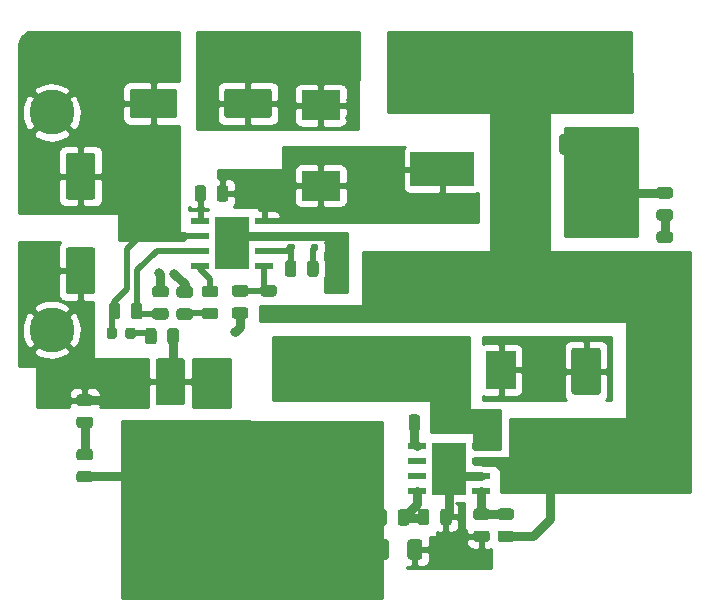
<source format=gbr>
%TF.GenerationSoftware,KiCad,Pcbnew,(5.1.6)-1*%
%TF.CreationDate,2021-04-02T17:33:40+02:00*%
%TF.ProjectId,48-24,34382d32-342e-46b6-9963-61645f706362,rev?*%
%TF.SameCoordinates,Original*%
%TF.FileFunction,Copper,L1,Top*%
%TF.FilePolarity,Positive*%
%FSLAX46Y46*%
G04 Gerber Fmt 4.6, Leading zero omitted, Abs format (unit mm)*
G04 Created by KiCad (PCBNEW (5.1.6)-1) date 2021-04-02 17:33:40*
%MOMM*%
%LPD*%
G01*
G04 APERTURE LIST*
%TA.AperFunction,ComponentPad*%
%ADD10C,3.800000*%
%TD*%
%TA.AperFunction,ViaPad*%
%ADD11C,0.600000*%
%TD*%
%TA.AperFunction,SMDPad,CuDef*%
%ADD12R,1.550000X0.600000*%
%TD*%
%TA.AperFunction,Conductor*%
%ADD13R,2.950000X4.500000*%
%TD*%
%TA.AperFunction,SMDPad,CuDef*%
%ADD14R,2.600000X3.100000*%
%TD*%
%TA.AperFunction,SMDPad,CuDef*%
%ADD15R,5.400000X2.900000*%
%TD*%
%TA.AperFunction,SMDPad,CuDef*%
%ADD16R,3.300000X2.500000*%
%TD*%
%TA.AperFunction,SMDPad,CuDef*%
%ADD17R,2.500000X3.300000*%
%TD*%
%TA.AperFunction,ViaPad*%
%ADD18C,0.800000*%
%TD*%
%TA.AperFunction,Conductor*%
%ADD19C,0.500000*%
%TD*%
%TA.AperFunction,Conductor*%
%ADD20C,0.750000*%
%TD*%
%TA.AperFunction,Conductor*%
%ADD21C,0.254000*%
%TD*%
G04 APERTURE END LIST*
D10*
%TO.P,H2,1*%
%TO.N,GND*%
X46850000Y-160150000D03*
%TD*%
%TO.P,H1,1*%
%TO.N,+48V*%
X46850000Y-141750000D03*
%TD*%
%TO.P,J16,1*%
%TO.N,+24V*%
%TA.AperFunction,SMDPad,CuDef*%
G36*
G01*
X87100000Y-137900000D02*
X87100000Y-135900000D01*
G75*
G02*
X87600000Y-135400000I500000J0D01*
G01*
X88600000Y-135400000D01*
G75*
G02*
X89100000Y-135900000I0J-500000D01*
G01*
X89100000Y-137900000D01*
G75*
G02*
X88600000Y-138400000I-500000J0D01*
G01*
X87600000Y-138400000D01*
G75*
G02*
X87100000Y-137900000I0J500000D01*
G01*
G37*
%TD.AperFunction*%
%TD*%
%TO.P,J15,1*%
%TO.N,+24V*%
%TA.AperFunction,SMDPad,CuDef*%
G36*
G01*
X93100000Y-138000000D02*
X93100000Y-136000000D01*
G75*
G02*
X93600000Y-135500000I500000J0D01*
G01*
X94600000Y-135500000D01*
G75*
G02*
X95100000Y-136000000I0J-500000D01*
G01*
X95100000Y-138000000D01*
G75*
G02*
X94600000Y-138500000I-500000J0D01*
G01*
X93600000Y-138500000D01*
G75*
G02*
X93100000Y-138000000I0J500000D01*
G01*
G37*
%TD.AperFunction*%
%TD*%
%TO.P,J14,1*%
%TO.N,+24V*%
%TA.AperFunction,SMDPad,CuDef*%
G36*
G01*
X81200000Y-137890000D02*
X81200000Y-135890000D01*
G75*
G02*
X81700000Y-135390000I500000J0D01*
G01*
X82700000Y-135390000D01*
G75*
G02*
X83200000Y-135890000I0J-500000D01*
G01*
X83200000Y-137890000D01*
G75*
G02*
X82700000Y-138390000I-500000J0D01*
G01*
X81700000Y-138390000D01*
G75*
G02*
X81200000Y-137890000I0J500000D01*
G01*
G37*
%TD.AperFunction*%
%TD*%
%TO.P,J13,1*%
%TO.N,+24V*%
%TA.AperFunction,SMDPad,CuDef*%
G36*
G01*
X75650000Y-137900000D02*
X75650000Y-135900000D01*
G75*
G02*
X76150000Y-135400000I500000J0D01*
G01*
X77150000Y-135400000D01*
G75*
G02*
X77650000Y-135900000I0J-500000D01*
G01*
X77650000Y-137900000D01*
G75*
G02*
X77150000Y-138400000I-500000J0D01*
G01*
X76150000Y-138400000D01*
G75*
G02*
X75650000Y-137900000I0J500000D01*
G01*
G37*
%TD.AperFunction*%
%TD*%
%TO.P,J12,1*%
%TO.N,+12V*%
%TA.AperFunction,SMDPad,CuDef*%
G36*
G01*
X69150000Y-179750000D02*
X69150000Y-177750000D01*
G75*
G02*
X69650000Y-177250000I500000J0D01*
G01*
X70650000Y-177250000D01*
G75*
G02*
X71150000Y-177750000I0J-500000D01*
G01*
X71150000Y-179750000D01*
G75*
G02*
X70650000Y-180250000I-500000J0D01*
G01*
X69650000Y-180250000D01*
G75*
G02*
X69150000Y-179750000I0J500000D01*
G01*
G37*
%TD.AperFunction*%
%TD*%
%TO.P,J11,1*%
%TO.N,+12V*%
%TA.AperFunction,SMDPad,CuDef*%
G36*
G01*
X53950000Y-179750000D02*
X53950000Y-177750000D01*
G75*
G02*
X54450000Y-177250000I500000J0D01*
G01*
X55450000Y-177250000D01*
G75*
G02*
X55950000Y-177750000I0J-500000D01*
G01*
X55950000Y-179750000D01*
G75*
G02*
X55450000Y-180250000I-500000J0D01*
G01*
X54450000Y-180250000D01*
G75*
G02*
X53950000Y-179750000I0J500000D01*
G01*
G37*
%TD.AperFunction*%
%TD*%
%TO.P,J10,1*%
%TO.N,+12V*%
%TA.AperFunction,SMDPad,CuDef*%
G36*
G01*
X58950000Y-179750000D02*
X58950000Y-177750000D01*
G75*
G02*
X59450000Y-177250000I500000J0D01*
G01*
X60450000Y-177250000D01*
G75*
G02*
X60950000Y-177750000I0J-500000D01*
G01*
X60950000Y-179750000D01*
G75*
G02*
X60450000Y-180250000I-500000J0D01*
G01*
X59450000Y-180250000D01*
G75*
G02*
X58950000Y-179750000I0J500000D01*
G01*
G37*
%TD.AperFunction*%
%TD*%
%TO.P,J9,1*%
%TO.N,+12V*%
%TA.AperFunction,SMDPad,CuDef*%
G36*
G01*
X63950000Y-179750000D02*
X63950000Y-177750000D01*
G75*
G02*
X64450000Y-177250000I500000J0D01*
G01*
X65450000Y-177250000D01*
G75*
G02*
X65950000Y-177750000I0J-500000D01*
G01*
X65950000Y-179750000D01*
G75*
G02*
X65450000Y-180250000I-500000J0D01*
G01*
X64450000Y-180250000D01*
G75*
G02*
X63950000Y-179750000I0J500000D01*
G01*
G37*
%TD.AperFunction*%
%TD*%
%TO.P,C17,2*%
%TO.N,GND*%
%TA.AperFunction,SMDPad,CuDef*%
G36*
G01*
X93100000Y-165650000D02*
X91100000Y-165650000D01*
G75*
G02*
X90850000Y-165400000I0J250000D01*
G01*
X90850000Y-161900000D01*
G75*
G02*
X91100000Y-161650000I250000J0D01*
G01*
X93100000Y-161650000D01*
G75*
G02*
X93350000Y-161900000I0J-250000D01*
G01*
X93350000Y-165400000D01*
G75*
G02*
X93100000Y-165650000I-250000J0D01*
G01*
G37*
%TD.AperFunction*%
%TO.P,C17,1*%
%TO.N,+24V*%
%TA.AperFunction,SMDPad,CuDef*%
G36*
G01*
X93100000Y-173650000D02*
X91100000Y-173650000D01*
G75*
G02*
X90850000Y-173400000I0J250000D01*
G01*
X90850000Y-169900000D01*
G75*
G02*
X91100000Y-169650000I250000J0D01*
G01*
X93100000Y-169650000D01*
G75*
G02*
X93350000Y-169900000I0J-250000D01*
G01*
X93350000Y-173400000D01*
G75*
G02*
X93100000Y-173650000I-250000J0D01*
G01*
G37*
%TD.AperFunction*%
%TD*%
%TO.P,C5,2*%
%TO.N,GND*%
%TA.AperFunction,SMDPad,CuDef*%
G36*
G01*
X48300000Y-153148000D02*
X50300000Y-153148000D01*
G75*
G02*
X50550000Y-153398000I0J-250000D01*
G01*
X50550000Y-156898000D01*
G75*
G02*
X50300000Y-157148000I-250000J0D01*
G01*
X48300000Y-157148000D01*
G75*
G02*
X48050000Y-156898000I0J250000D01*
G01*
X48050000Y-153398000D01*
G75*
G02*
X48300000Y-153148000I250000J0D01*
G01*
G37*
%TD.AperFunction*%
%TO.P,C5,1*%
%TO.N,+48V*%
%TA.AperFunction,SMDPad,CuDef*%
G36*
G01*
X48300000Y-145148000D02*
X50300000Y-145148000D01*
G75*
G02*
X50550000Y-145398000I0J-250000D01*
G01*
X50550000Y-148898000D01*
G75*
G02*
X50300000Y-149148000I-250000J0D01*
G01*
X48300000Y-149148000D01*
G75*
G02*
X48050000Y-148898000I0J250000D01*
G01*
X48050000Y-145398000D01*
G75*
G02*
X48300000Y-145148000I250000J0D01*
G01*
G37*
%TD.AperFunction*%
%TD*%
D11*
%TO.N,GND*%
%TO.C,U2*%
X62739000Y-154609000D03*
X62739000Y-153509000D03*
X61539000Y-153509000D03*
X61539000Y-154609000D03*
X62739000Y-151009000D03*
X62739000Y-152209000D03*
X61539000Y-152209000D03*
X61539000Y-151009000D03*
D12*
%TD*%
%TO.P,U2,8*%
%TO.N,Net-(C2-Pad1)*%
X64839000Y-150904000D03*
%TO.P,U2,7*%
%TO.N,GND*%
X64839000Y-152174000D03*
%TO.P,U2,6*%
%TO.N,Net-(C12-Pad2)*%
X64839000Y-153444000D03*
%TO.P,U2,5*%
%TO.N,FB_24*%
X64839000Y-154714000D03*
%TO.P,U2,4*%
%TO.N,Net-(R8-Pad1)*%
X59439000Y-154714000D03*
%TO.P,U2,3*%
%TO.N,Net-(R2-Pad2)*%
X59439000Y-153444000D03*
%TO.P,U2,2*%
%TO.N,+48V*%
X59439000Y-152174000D03*
%TO.P,U2,1*%
%TO.N,Net-(C2-Pad2)*%
X59439000Y-150904000D03*
D13*
%TD*%
%TO.N,GND*%
%TO.C,U2*%
X62139000Y-152809000D03*
D14*
%TO.P,U2,9*%
%TO.N,GND*%
X62139000Y-152809000D03*
%TD*%
D15*
%TO.P,L2,1*%
%TO.N,Net-(C2-Pad1)*%
X79900000Y-146550000D03*
%TO.P,L2,2*%
%TO.N,+24V*%
X79900000Y-156450000D03*
%TD*%
%TO.P,C2,1*%
%TO.N,Net-(C2-Pad1)*%
%TA.AperFunction,SMDPad,CuDef*%
G36*
G01*
X61800000Y-148151750D02*
X61800000Y-149064250D01*
G75*
G02*
X61556250Y-149308000I-243750J0D01*
G01*
X61068750Y-149308000D01*
G75*
G02*
X60825000Y-149064250I0J243750D01*
G01*
X60825000Y-148151750D01*
G75*
G02*
X61068750Y-147908000I243750J0D01*
G01*
X61556250Y-147908000D01*
G75*
G02*
X61800000Y-148151750I0J-243750D01*
G01*
G37*
%TD.AperFunction*%
%TO.P,C2,2*%
%TO.N,Net-(C2-Pad2)*%
%TA.AperFunction,SMDPad,CuDef*%
G36*
G01*
X59925000Y-148151750D02*
X59925000Y-149064250D01*
G75*
G02*
X59681250Y-149308000I-243750J0D01*
G01*
X59193750Y-149308000D01*
G75*
G02*
X58950000Y-149064250I0J243750D01*
G01*
X58950000Y-148151750D01*
G75*
G02*
X59193750Y-147908000I243750J0D01*
G01*
X59681250Y-147908000D01*
G75*
G02*
X59925000Y-148151750I0J-243750D01*
G01*
G37*
%TD.AperFunction*%
%TD*%
%TO.P,C6,1*%
%TO.N,+48V*%
%TA.AperFunction,SMDPad,CuDef*%
G36*
G01*
X53472000Y-141988000D02*
X53472000Y-139988000D01*
G75*
G02*
X53722000Y-139738000I250000J0D01*
G01*
X57222000Y-139738000D01*
G75*
G02*
X57472000Y-139988000I0J-250000D01*
G01*
X57472000Y-141988000D01*
G75*
G02*
X57222000Y-142238000I-250000J0D01*
G01*
X53722000Y-142238000D01*
G75*
G02*
X53472000Y-141988000I0J250000D01*
G01*
G37*
%TD.AperFunction*%
%TO.P,C6,2*%
%TO.N,GND*%
%TA.AperFunction,SMDPad,CuDef*%
G36*
G01*
X61472000Y-141988000D02*
X61472000Y-139988000D01*
G75*
G02*
X61722000Y-139738000I250000J0D01*
G01*
X65222000Y-139738000D01*
G75*
G02*
X65472000Y-139988000I0J-250000D01*
G01*
X65472000Y-141988000D01*
G75*
G02*
X65222000Y-142238000I-250000J0D01*
G01*
X61722000Y-142238000D01*
G75*
G02*
X61472000Y-141988000I0J250000D01*
G01*
G37*
%TD.AperFunction*%
%TD*%
%TO.P,C8,2*%
%TO.N,+24V*%
%TA.AperFunction,SMDPad,CuDef*%
G36*
G01*
X88275000Y-143825000D02*
X88275000Y-145075000D01*
G75*
G02*
X88025000Y-145325000I-250000J0D01*
G01*
X87100000Y-145325000D01*
G75*
G02*
X86850000Y-145075000I0J250000D01*
G01*
X86850000Y-143825000D01*
G75*
G02*
X87100000Y-143575000I250000J0D01*
G01*
X88025000Y-143575000D01*
G75*
G02*
X88275000Y-143825000I0J-250000D01*
G01*
G37*
%TD.AperFunction*%
%TO.P,C8,1*%
%TO.N,GND*%
%TA.AperFunction,SMDPad,CuDef*%
G36*
G01*
X91250000Y-143825000D02*
X91250000Y-145075000D01*
G75*
G02*
X91000000Y-145325000I-250000J0D01*
G01*
X90075000Y-145325000D01*
G75*
G02*
X89825000Y-145075000I0J250000D01*
G01*
X89825000Y-143825000D01*
G75*
G02*
X90075000Y-143575000I250000J0D01*
G01*
X91000000Y-143575000D01*
G75*
G02*
X91250000Y-143825000I0J-250000D01*
G01*
G37*
%TD.AperFunction*%
%TD*%
%TO.P,C10,2*%
%TO.N,GND*%
%TA.AperFunction,SMDPad,CuDef*%
G36*
G01*
X93200000Y-150500000D02*
X91200000Y-150500000D01*
G75*
G02*
X90950000Y-150250000I0J250000D01*
G01*
X90950000Y-146750000D01*
G75*
G02*
X91200000Y-146500000I250000J0D01*
G01*
X93200000Y-146500000D01*
G75*
G02*
X93450000Y-146750000I0J-250000D01*
G01*
X93450000Y-150250000D01*
G75*
G02*
X93200000Y-150500000I-250000J0D01*
G01*
G37*
%TD.AperFunction*%
%TO.P,C10,1*%
%TO.N,+24V*%
%TA.AperFunction,SMDPad,CuDef*%
G36*
G01*
X93200000Y-158500000D02*
X91200000Y-158500000D01*
G75*
G02*
X90950000Y-158250000I0J250000D01*
G01*
X90950000Y-154750000D01*
G75*
G02*
X91200000Y-154500000I250000J0D01*
G01*
X93200000Y-154500000D01*
G75*
G02*
X93450000Y-154750000I0J-250000D01*
G01*
X93450000Y-158250000D01*
G75*
G02*
X93200000Y-158500000I-250000J0D01*
G01*
G37*
%TD.AperFunction*%
%TD*%
%TO.P,C12,2*%
%TO.N,Net-(C12-Pad2)*%
%TA.AperFunction,SMDPad,CuDef*%
G36*
G01*
X66919500Y-152862000D02*
X67264500Y-152862000D01*
G75*
G02*
X67412000Y-153009500I0J-147500D01*
G01*
X67412000Y-153304500D01*
G75*
G02*
X67264500Y-153452000I-147500J0D01*
G01*
X66919500Y-153452000D01*
G75*
G02*
X66772000Y-153304500I0J147500D01*
G01*
X66772000Y-153009500D01*
G75*
G02*
X66919500Y-152862000I147500J0D01*
G01*
G37*
%TD.AperFunction*%
%TO.P,C12,1*%
%TO.N,GND*%
%TA.AperFunction,SMDPad,CuDef*%
G36*
G01*
X66919500Y-151892000D02*
X67264500Y-151892000D01*
G75*
G02*
X67412000Y-152039500I0J-147500D01*
G01*
X67412000Y-152334500D01*
G75*
G02*
X67264500Y-152482000I-147500J0D01*
G01*
X66919500Y-152482000D01*
G75*
G02*
X66772000Y-152334500I0J147500D01*
G01*
X66772000Y-152039500D01*
G75*
G02*
X66919500Y-151892000I147500J0D01*
G01*
G37*
%TD.AperFunction*%
%TD*%
%TO.P,C14,1*%
%TO.N,GND*%
%TA.AperFunction,SMDPad,CuDef*%
G36*
G01*
X68935500Y-151909000D02*
X69280500Y-151909000D01*
G75*
G02*
X69428000Y-152056500I0J-147500D01*
G01*
X69428000Y-152351500D01*
G75*
G02*
X69280500Y-152499000I-147500J0D01*
G01*
X68935500Y-152499000D01*
G75*
G02*
X68788000Y-152351500I0J147500D01*
G01*
X68788000Y-152056500D01*
G75*
G02*
X68935500Y-151909000I147500J0D01*
G01*
G37*
%TD.AperFunction*%
%TO.P,C14,2*%
%TO.N,Net-(C14-Pad2)*%
%TA.AperFunction,SMDPad,CuDef*%
G36*
G01*
X68935500Y-152879000D02*
X69280500Y-152879000D01*
G75*
G02*
X69428000Y-153026500I0J-147500D01*
G01*
X69428000Y-153321500D01*
G75*
G02*
X69280500Y-153469000I-147500J0D01*
G01*
X68935500Y-153469000D01*
G75*
G02*
X68788000Y-153321500I0J147500D01*
G01*
X68788000Y-153026500D01*
G75*
G02*
X68935500Y-152879000I147500J0D01*
G01*
G37*
%TD.AperFunction*%
%TD*%
%TO.P,C15,2*%
%TO.N,Net-(C15-Pad2)*%
%TA.AperFunction,SMDPad,CuDef*%
G36*
G01*
X78050000Y-167563750D02*
X78050000Y-168476250D01*
G75*
G02*
X77806250Y-168720000I-243750J0D01*
G01*
X77318750Y-168720000D01*
G75*
G02*
X77075000Y-168476250I0J243750D01*
G01*
X77075000Y-167563750D01*
G75*
G02*
X77318750Y-167320000I243750J0D01*
G01*
X77806250Y-167320000D01*
G75*
G02*
X78050000Y-167563750I0J-243750D01*
G01*
G37*
%TD.AperFunction*%
%TO.P,C15,1*%
%TO.N,Net-(C15-Pad1)*%
%TA.AperFunction,SMDPad,CuDef*%
G36*
G01*
X79925000Y-167563750D02*
X79925000Y-168476250D01*
G75*
G02*
X79681250Y-168720000I-243750J0D01*
G01*
X79193750Y-168720000D01*
G75*
G02*
X78950000Y-168476250I0J243750D01*
G01*
X78950000Y-167563750D01*
G75*
G02*
X79193750Y-167320000I243750J0D01*
G01*
X79681250Y-167320000D01*
G75*
G02*
X79925000Y-167563750I0J-243750D01*
G01*
G37*
%TD.AperFunction*%
%TD*%
%TO.P,C18,2*%
%TO.N,+12V*%
%TA.AperFunction,SMDPad,CuDef*%
G36*
G01*
X75425000Y-178125000D02*
X75425000Y-179375000D01*
G75*
G02*
X75175000Y-179625000I-250000J0D01*
G01*
X74425000Y-179625000D01*
G75*
G02*
X74175000Y-179375000I0J250000D01*
G01*
X74175000Y-178125000D01*
G75*
G02*
X74425000Y-177875000I250000J0D01*
G01*
X75175000Y-177875000D01*
G75*
G02*
X75425000Y-178125000I0J-250000D01*
G01*
G37*
%TD.AperFunction*%
%TO.P,C18,1*%
%TO.N,GND*%
%TA.AperFunction,SMDPad,CuDef*%
G36*
G01*
X78225000Y-178125000D02*
X78225000Y-179375000D01*
G75*
G02*
X77975000Y-179625000I-250000J0D01*
G01*
X77225000Y-179625000D01*
G75*
G02*
X76975000Y-179375000I0J250000D01*
G01*
X76975000Y-178125000D01*
G75*
G02*
X77225000Y-177875000I250000J0D01*
G01*
X77975000Y-177875000D01*
G75*
G02*
X78225000Y-178125000I0J-250000D01*
G01*
G37*
%TD.AperFunction*%
%TD*%
%TO.P,C19,2*%
%TO.N,GND*%
%TA.AperFunction,SMDPad,CuDef*%
G36*
G01*
X57900000Y-166550000D02*
X55900000Y-166550000D01*
G75*
G02*
X55650000Y-166300000I0J250000D01*
G01*
X55650000Y-162800000D01*
G75*
G02*
X55900000Y-162550000I250000J0D01*
G01*
X57900000Y-162550000D01*
G75*
G02*
X58150000Y-162800000I0J-250000D01*
G01*
X58150000Y-166300000D01*
G75*
G02*
X57900000Y-166550000I-250000J0D01*
G01*
G37*
%TD.AperFunction*%
%TO.P,C19,1*%
%TO.N,+12V*%
%TA.AperFunction,SMDPad,CuDef*%
G36*
G01*
X57900000Y-174550000D02*
X55900000Y-174550000D01*
G75*
G02*
X55650000Y-174300000I0J250000D01*
G01*
X55650000Y-170800000D01*
G75*
G02*
X55900000Y-170550000I250000J0D01*
G01*
X57900000Y-170550000D01*
G75*
G02*
X58150000Y-170800000I0J-250000D01*
G01*
X58150000Y-174300000D01*
G75*
G02*
X57900000Y-174550000I-250000J0D01*
G01*
G37*
%TD.AperFunction*%
%TD*%
D16*
%TO.P,D2,1*%
%TO.N,Net-(C2-Pad1)*%
X69632000Y-147944000D03*
%TO.P,D2,2*%
%TO.N,GND*%
X69632000Y-141144000D03*
%TD*%
%TO.P,D3,1*%
%TO.N,Net-(D3-Pad1)*%
%TA.AperFunction,SMDPad,CuDef*%
G36*
G01*
X53955000Y-160193750D02*
X53955000Y-160706250D01*
G75*
G02*
X53736250Y-160925000I-218750J0D01*
G01*
X53298750Y-160925000D01*
G75*
G02*
X53080000Y-160706250I0J218750D01*
G01*
X53080000Y-160193750D01*
G75*
G02*
X53298750Y-159975000I218750J0D01*
G01*
X53736250Y-159975000D01*
G75*
G02*
X53955000Y-160193750I0J-218750D01*
G01*
G37*
%TD.AperFunction*%
%TO.P,D3,2*%
%TO.N,+48V*%
%TA.AperFunction,SMDPad,CuDef*%
G36*
G01*
X52380000Y-160193750D02*
X52380000Y-160706250D01*
G75*
G02*
X52161250Y-160925000I-218750J0D01*
G01*
X51723750Y-160925000D01*
G75*
G02*
X51505000Y-160706250I0J218750D01*
G01*
X51505000Y-160193750D01*
G75*
G02*
X51723750Y-159975000I218750J0D01*
G01*
X52161250Y-159975000D01*
G75*
G02*
X52380000Y-160193750I0J-218750D01*
G01*
G37*
%TD.AperFunction*%
%TD*%
D17*
%TO.P,D4,1*%
%TO.N,Net-(C15-Pad1)*%
X78100000Y-163550000D03*
%TO.P,D4,2*%
%TO.N,GND*%
X84900000Y-163550000D03*
%TD*%
%TO.P,D5,2*%
%TO.N,+24V*%
%TA.AperFunction,SMDPad,CuDef*%
G36*
G01*
X98293750Y-153687500D02*
X99206250Y-153687500D01*
G75*
G02*
X99450000Y-153931250I0J-243750D01*
G01*
X99450000Y-154418750D01*
G75*
G02*
X99206250Y-154662500I-243750J0D01*
G01*
X98293750Y-154662500D01*
G75*
G02*
X98050000Y-154418750I0J243750D01*
G01*
X98050000Y-153931250D01*
G75*
G02*
X98293750Y-153687500I243750J0D01*
G01*
G37*
%TD.AperFunction*%
%TO.P,D5,1*%
%TO.N,Net-(D5-Pad1)*%
%TA.AperFunction,SMDPad,CuDef*%
G36*
G01*
X98293750Y-151812500D02*
X99206250Y-151812500D01*
G75*
G02*
X99450000Y-152056250I0J-243750D01*
G01*
X99450000Y-152543750D01*
G75*
G02*
X99206250Y-152787500I-243750J0D01*
G01*
X98293750Y-152787500D01*
G75*
G02*
X98050000Y-152543750I0J243750D01*
G01*
X98050000Y-152056250D01*
G75*
G02*
X98293750Y-151812500I243750J0D01*
G01*
G37*
%TD.AperFunction*%
%TD*%
%TO.P,D6,1*%
%TO.N,Net-(D6-Pad1)*%
%TA.AperFunction,SMDPad,CuDef*%
G36*
G01*
X49193750Y-170225000D02*
X50106250Y-170225000D01*
G75*
G02*
X50350000Y-170468750I0J-243750D01*
G01*
X50350000Y-170956250D01*
G75*
G02*
X50106250Y-171200000I-243750J0D01*
G01*
X49193750Y-171200000D01*
G75*
G02*
X48950000Y-170956250I0J243750D01*
G01*
X48950000Y-170468750D01*
G75*
G02*
X49193750Y-170225000I243750J0D01*
G01*
G37*
%TD.AperFunction*%
%TO.P,D6,2*%
%TO.N,+12V*%
%TA.AperFunction,SMDPad,CuDef*%
G36*
G01*
X49193750Y-172100000D02*
X50106250Y-172100000D01*
G75*
G02*
X50350000Y-172343750I0J-243750D01*
G01*
X50350000Y-172831250D01*
G75*
G02*
X50106250Y-173075000I-243750J0D01*
G01*
X49193750Y-173075000D01*
G75*
G02*
X48950000Y-172831250I0J243750D01*
G01*
X48950000Y-172343750D01*
G75*
G02*
X49193750Y-172100000I243750J0D01*
G01*
G37*
%TD.AperFunction*%
%TD*%
D15*
%TO.P,L3,1*%
%TO.N,Net-(C15-Pad1)*%
X69600000Y-162450000D03*
%TO.P,L3,2*%
%TO.N,+12V*%
X69600000Y-172350000D03*
%TD*%
%TO.P,R2,2*%
%TO.N,Net-(R2-Pad2)*%
%TA.AperFunction,SMDPad,CuDef*%
G36*
G01*
X53558000Y-159030250D02*
X53558000Y-158117750D01*
G75*
G02*
X53801750Y-157874000I243750J0D01*
G01*
X54289250Y-157874000D01*
G75*
G02*
X54533000Y-158117750I0J-243750D01*
G01*
X54533000Y-159030250D01*
G75*
G02*
X54289250Y-159274000I-243750J0D01*
G01*
X53801750Y-159274000D01*
G75*
G02*
X53558000Y-159030250I0J243750D01*
G01*
G37*
%TD.AperFunction*%
%TO.P,R2,1*%
%TO.N,+48V*%
%TA.AperFunction,SMDPad,CuDef*%
G36*
G01*
X51683000Y-159030250D02*
X51683000Y-158117750D01*
G75*
G02*
X51926750Y-157874000I243750J0D01*
G01*
X52414250Y-157874000D01*
G75*
G02*
X52658000Y-158117750I0J-243750D01*
G01*
X52658000Y-159030250D01*
G75*
G02*
X52414250Y-159274000I-243750J0D01*
G01*
X51926750Y-159274000D01*
G75*
G02*
X51683000Y-159030250I0J243750D01*
G01*
G37*
%TD.AperFunction*%
%TD*%
%TO.P,R4,2*%
%TO.N,FB_24*%
%TA.AperFunction,SMDPad,CuDef*%
G36*
G01*
X65664250Y-157336500D02*
X64751750Y-157336500D01*
G75*
G02*
X64508000Y-157092750I0J243750D01*
G01*
X64508000Y-156605250D01*
G75*
G02*
X64751750Y-156361500I243750J0D01*
G01*
X65664250Y-156361500D01*
G75*
G02*
X65908000Y-156605250I0J-243750D01*
G01*
X65908000Y-157092750D01*
G75*
G02*
X65664250Y-157336500I-243750J0D01*
G01*
G37*
%TD.AperFunction*%
%TO.P,R4,1*%
%TO.N,+24V*%
%TA.AperFunction,SMDPad,CuDef*%
G36*
G01*
X65664250Y-159211500D02*
X64751750Y-159211500D01*
G75*
G02*
X64508000Y-158967750I0J243750D01*
G01*
X64508000Y-158480250D01*
G75*
G02*
X64751750Y-158236500I243750J0D01*
G01*
X65664250Y-158236500D01*
G75*
G02*
X65908000Y-158480250I0J-243750D01*
G01*
X65908000Y-158967750D01*
G75*
G02*
X65664250Y-159211500I-243750J0D01*
G01*
G37*
%TD.AperFunction*%
%TD*%
%TO.P,R6,1*%
%TO.N,Net-(R2-Pad2)*%
%TA.AperFunction,SMDPad,CuDef*%
G36*
G01*
X56514250Y-159286500D02*
X55601750Y-159286500D01*
G75*
G02*
X55358000Y-159042750I0J243750D01*
G01*
X55358000Y-158555250D01*
G75*
G02*
X55601750Y-158311500I243750J0D01*
G01*
X56514250Y-158311500D01*
G75*
G02*
X56758000Y-158555250I0J-243750D01*
G01*
X56758000Y-159042750D01*
G75*
G02*
X56514250Y-159286500I-243750J0D01*
G01*
G37*
%TD.AperFunction*%
%TO.P,R6,2*%
%TO.N,GND*%
%TA.AperFunction,SMDPad,CuDef*%
G36*
G01*
X56514250Y-157411500D02*
X55601750Y-157411500D01*
G75*
G02*
X55358000Y-157167750I0J243750D01*
G01*
X55358000Y-156680250D01*
G75*
G02*
X55601750Y-156436500I243750J0D01*
G01*
X56514250Y-156436500D01*
G75*
G02*
X56758000Y-156680250I0J-243750D01*
G01*
X56758000Y-157167750D01*
G75*
G02*
X56514250Y-157411500I-243750J0D01*
G01*
G37*
%TD.AperFunction*%
%TD*%
%TO.P,R8,1*%
%TO.N,Net-(R8-Pad1)*%
%TA.AperFunction,SMDPad,CuDef*%
G36*
G01*
X59801750Y-156405500D02*
X60714250Y-156405500D01*
G75*
G02*
X60958000Y-156649250I0J-243750D01*
G01*
X60958000Y-157136750D01*
G75*
G02*
X60714250Y-157380500I-243750J0D01*
G01*
X59801750Y-157380500D01*
G75*
G02*
X59558000Y-157136750I0J243750D01*
G01*
X59558000Y-156649250D01*
G75*
G02*
X59801750Y-156405500I243750J0D01*
G01*
G37*
%TD.AperFunction*%
%TO.P,R8,2*%
%TO.N,Net-(R14-Pad1)*%
%TA.AperFunction,SMDPad,CuDef*%
G36*
G01*
X59801750Y-158280500D02*
X60714250Y-158280500D01*
G75*
G02*
X60958000Y-158524250I0J-243750D01*
G01*
X60958000Y-159011750D01*
G75*
G02*
X60714250Y-159255500I-243750J0D01*
G01*
X59801750Y-159255500D01*
G75*
G02*
X59558000Y-159011750I0J243750D01*
G01*
X59558000Y-158524250D01*
G75*
G02*
X59801750Y-158280500I243750J0D01*
G01*
G37*
%TD.AperFunction*%
%TD*%
%TO.P,R10,1*%
%TO.N,Net-(C12-Pad2)*%
%TA.AperFunction,SMDPad,CuDef*%
G36*
G01*
X66595500Y-155430250D02*
X66595500Y-154517750D01*
G75*
G02*
X66839250Y-154274000I243750J0D01*
G01*
X67326750Y-154274000D01*
G75*
G02*
X67570500Y-154517750I0J-243750D01*
G01*
X67570500Y-155430250D01*
G75*
G02*
X67326750Y-155674000I-243750J0D01*
G01*
X66839250Y-155674000D01*
G75*
G02*
X66595500Y-155430250I0J243750D01*
G01*
G37*
%TD.AperFunction*%
%TO.P,R10,2*%
%TO.N,Net-(C14-Pad2)*%
%TA.AperFunction,SMDPad,CuDef*%
G36*
G01*
X68470500Y-155430250D02*
X68470500Y-154517750D01*
G75*
G02*
X68714250Y-154274000I243750J0D01*
G01*
X69201750Y-154274000D01*
G75*
G02*
X69445500Y-154517750I0J-243750D01*
G01*
X69445500Y-155430250D01*
G75*
G02*
X69201750Y-155674000I-243750J0D01*
G01*
X68714250Y-155674000D01*
G75*
G02*
X68470500Y-155430250I0J243750D01*
G01*
G37*
%TD.AperFunction*%
%TD*%
%TO.P,R12,1*%
%TO.N,FB_24*%
%TA.AperFunction,SMDPad,CuDef*%
G36*
G01*
X62343750Y-156361500D02*
X63256250Y-156361500D01*
G75*
G02*
X63500000Y-156605250I0J-243750D01*
G01*
X63500000Y-157092750D01*
G75*
G02*
X63256250Y-157336500I-243750J0D01*
G01*
X62343750Y-157336500D01*
G75*
G02*
X62100000Y-157092750I0J243750D01*
G01*
X62100000Y-156605250D01*
G75*
G02*
X62343750Y-156361500I243750J0D01*
G01*
G37*
%TD.AperFunction*%
%TO.P,R12,2*%
%TO.N,GND*%
%TA.AperFunction,SMDPad,CuDef*%
G36*
G01*
X62343750Y-158236500D02*
X63256250Y-158236500D01*
G75*
G02*
X63500000Y-158480250I0J-243750D01*
G01*
X63500000Y-158967750D01*
G75*
G02*
X63256250Y-159211500I-243750J0D01*
G01*
X62343750Y-159211500D01*
G75*
G02*
X62100000Y-158967750I0J243750D01*
G01*
X62100000Y-158480250D01*
G75*
G02*
X62343750Y-158236500I243750J0D01*
G01*
G37*
%TD.AperFunction*%
%TD*%
%TO.P,R14,2*%
%TO.N,GND*%
%TA.AperFunction,SMDPad,CuDef*%
G36*
G01*
X58564250Y-157436500D02*
X57651750Y-157436500D01*
G75*
G02*
X57408000Y-157192750I0J243750D01*
G01*
X57408000Y-156705250D01*
G75*
G02*
X57651750Y-156461500I243750J0D01*
G01*
X58564250Y-156461500D01*
G75*
G02*
X58808000Y-156705250I0J-243750D01*
G01*
X58808000Y-157192750D01*
G75*
G02*
X58564250Y-157436500I-243750J0D01*
G01*
G37*
%TD.AperFunction*%
%TO.P,R14,1*%
%TO.N,Net-(R14-Pad1)*%
%TA.AperFunction,SMDPad,CuDef*%
G36*
G01*
X58564250Y-159311500D02*
X57651750Y-159311500D01*
G75*
G02*
X57408000Y-159067750I0J243750D01*
G01*
X57408000Y-158580250D01*
G75*
G02*
X57651750Y-158336500I243750J0D01*
G01*
X58564250Y-158336500D01*
G75*
G02*
X58808000Y-158580250I0J-243750D01*
G01*
X58808000Y-159067750D01*
G75*
G02*
X58564250Y-159311500I-243750J0D01*
G01*
G37*
%TD.AperFunction*%
%TD*%
%TO.P,R15,1*%
%TO.N,+24V*%
%TA.AperFunction,SMDPad,CuDef*%
G36*
G01*
X85756250Y-178125000D02*
X84843750Y-178125000D01*
G75*
G02*
X84600000Y-177881250I0J243750D01*
G01*
X84600000Y-177393750D01*
G75*
G02*
X84843750Y-177150000I243750J0D01*
G01*
X85756250Y-177150000D01*
G75*
G02*
X86000000Y-177393750I0J-243750D01*
G01*
X86000000Y-177881250D01*
G75*
G02*
X85756250Y-178125000I-243750J0D01*
G01*
G37*
%TD.AperFunction*%
%TO.P,R15,2*%
%TO.N,Net-(R15-Pad2)*%
%TA.AperFunction,SMDPad,CuDef*%
G36*
G01*
X85756250Y-176250000D02*
X84843750Y-176250000D01*
G75*
G02*
X84600000Y-176006250I0J243750D01*
G01*
X84600000Y-175518750D01*
G75*
G02*
X84843750Y-175275000I243750J0D01*
G01*
X85756250Y-175275000D01*
G75*
G02*
X86000000Y-175518750I0J-243750D01*
G01*
X86000000Y-176006250D01*
G75*
G02*
X85756250Y-176250000I-243750J0D01*
G01*
G37*
%TD.AperFunction*%
%TD*%
%TO.P,R16,1*%
%TO.N,+12V*%
%TA.AperFunction,SMDPad,CuDef*%
G36*
G01*
X74275000Y-176506250D02*
X74275000Y-175593750D01*
G75*
G02*
X74518750Y-175350000I243750J0D01*
G01*
X75006250Y-175350000D01*
G75*
G02*
X75250000Y-175593750I0J-243750D01*
G01*
X75250000Y-176506250D01*
G75*
G02*
X75006250Y-176750000I-243750J0D01*
G01*
X74518750Y-176750000D01*
G75*
G02*
X74275000Y-176506250I0J243750D01*
G01*
G37*
%TD.AperFunction*%
%TO.P,R16,2*%
%TO.N,FB_12*%
%TA.AperFunction,SMDPad,CuDef*%
G36*
G01*
X76150000Y-176506250D02*
X76150000Y-175593750D01*
G75*
G02*
X76393750Y-175350000I243750J0D01*
G01*
X76881250Y-175350000D01*
G75*
G02*
X77125000Y-175593750I0J-243750D01*
G01*
X77125000Y-176506250D01*
G75*
G02*
X76881250Y-176750000I-243750J0D01*
G01*
X76393750Y-176750000D01*
G75*
G02*
X76150000Y-176506250I0J243750D01*
G01*
G37*
%TD.AperFunction*%
%TD*%
%TO.P,R17,2*%
%TO.N,GND*%
%TA.AperFunction,SMDPad,CuDef*%
G36*
G01*
X82793750Y-177150000D02*
X83706250Y-177150000D01*
G75*
G02*
X83950000Y-177393750I0J-243750D01*
G01*
X83950000Y-177881250D01*
G75*
G02*
X83706250Y-178125000I-243750J0D01*
G01*
X82793750Y-178125000D01*
G75*
G02*
X82550000Y-177881250I0J243750D01*
G01*
X82550000Y-177393750D01*
G75*
G02*
X82793750Y-177150000I243750J0D01*
G01*
G37*
%TD.AperFunction*%
%TO.P,R17,1*%
%TO.N,Net-(R15-Pad2)*%
%TA.AperFunction,SMDPad,CuDef*%
G36*
G01*
X82793750Y-175275000D02*
X83706250Y-175275000D01*
G75*
G02*
X83950000Y-175518750I0J-243750D01*
G01*
X83950000Y-176006250D01*
G75*
G02*
X83706250Y-176250000I-243750J0D01*
G01*
X82793750Y-176250000D01*
G75*
G02*
X82550000Y-176006250I0J243750D01*
G01*
X82550000Y-175518750D01*
G75*
G02*
X82793750Y-175275000I243750J0D01*
G01*
G37*
%TD.AperFunction*%
%TD*%
%TO.P,R18,2*%
%TO.N,GND*%
%TA.AperFunction,SMDPad,CuDef*%
G36*
G01*
X79737500Y-176456250D02*
X79737500Y-175543750D01*
G75*
G02*
X79981250Y-175300000I243750J0D01*
G01*
X80468750Y-175300000D01*
G75*
G02*
X80712500Y-175543750I0J-243750D01*
G01*
X80712500Y-176456250D01*
G75*
G02*
X80468750Y-176700000I-243750J0D01*
G01*
X79981250Y-176700000D01*
G75*
G02*
X79737500Y-176456250I0J243750D01*
G01*
G37*
%TD.AperFunction*%
%TO.P,R18,1*%
%TO.N,FB_12*%
%TA.AperFunction,SMDPad,CuDef*%
G36*
G01*
X77862500Y-176456250D02*
X77862500Y-175543750D01*
G75*
G02*
X78106250Y-175300000I243750J0D01*
G01*
X78593750Y-175300000D01*
G75*
G02*
X78837500Y-175543750I0J-243750D01*
G01*
X78837500Y-176456250D01*
G75*
G02*
X78593750Y-176700000I-243750J0D01*
G01*
X78106250Y-176700000D01*
G75*
G02*
X77862500Y-176456250I0J243750D01*
G01*
G37*
%TD.AperFunction*%
%TD*%
%TO.P,R19,1*%
%TO.N,Net-(D3-Pad1)*%
%TA.AperFunction,SMDPad,CuDef*%
G36*
G01*
X54755000Y-161146250D02*
X54755000Y-160233750D01*
G75*
G02*
X54998750Y-159990000I243750J0D01*
G01*
X55486250Y-159990000D01*
G75*
G02*
X55730000Y-160233750I0J-243750D01*
G01*
X55730000Y-161146250D01*
G75*
G02*
X55486250Y-161390000I-243750J0D01*
G01*
X54998750Y-161390000D01*
G75*
G02*
X54755000Y-161146250I0J243750D01*
G01*
G37*
%TD.AperFunction*%
%TO.P,R19,2*%
%TO.N,GND*%
%TA.AperFunction,SMDPad,CuDef*%
G36*
G01*
X56630000Y-161146250D02*
X56630000Y-160233750D01*
G75*
G02*
X56873750Y-159990000I243750J0D01*
G01*
X57361250Y-159990000D01*
G75*
G02*
X57605000Y-160233750I0J-243750D01*
G01*
X57605000Y-161146250D01*
G75*
G02*
X57361250Y-161390000I-243750J0D01*
G01*
X56873750Y-161390000D01*
G75*
G02*
X56630000Y-161146250I0J243750D01*
G01*
G37*
%TD.AperFunction*%
%TD*%
%TO.P,R20,2*%
%TO.N,GND*%
%TA.AperFunction,SMDPad,CuDef*%
G36*
G01*
X99206250Y-149042500D02*
X98293750Y-149042500D01*
G75*
G02*
X98050000Y-148798750I0J243750D01*
G01*
X98050000Y-148311250D01*
G75*
G02*
X98293750Y-148067500I243750J0D01*
G01*
X99206250Y-148067500D01*
G75*
G02*
X99450000Y-148311250I0J-243750D01*
G01*
X99450000Y-148798750D01*
G75*
G02*
X99206250Y-149042500I-243750J0D01*
G01*
G37*
%TD.AperFunction*%
%TO.P,R20,1*%
%TO.N,Net-(D5-Pad1)*%
%TA.AperFunction,SMDPad,CuDef*%
G36*
G01*
X99206250Y-150917500D02*
X98293750Y-150917500D01*
G75*
G02*
X98050000Y-150673750I0J243750D01*
G01*
X98050000Y-150186250D01*
G75*
G02*
X98293750Y-149942500I243750J0D01*
G01*
X99206250Y-149942500D01*
G75*
G02*
X99450000Y-150186250I0J-243750D01*
G01*
X99450000Y-150673750D01*
G75*
G02*
X99206250Y-150917500I-243750J0D01*
G01*
G37*
%TD.AperFunction*%
%TD*%
%TO.P,R21,1*%
%TO.N,Net-(D6-Pad1)*%
%TA.AperFunction,SMDPad,CuDef*%
G36*
G01*
X50106250Y-168475000D02*
X49193750Y-168475000D01*
G75*
G02*
X48950000Y-168231250I0J243750D01*
G01*
X48950000Y-167743750D01*
G75*
G02*
X49193750Y-167500000I243750J0D01*
G01*
X50106250Y-167500000D01*
G75*
G02*
X50350000Y-167743750I0J-243750D01*
G01*
X50350000Y-168231250D01*
G75*
G02*
X50106250Y-168475000I-243750J0D01*
G01*
G37*
%TD.AperFunction*%
%TO.P,R21,2*%
%TO.N,GND*%
%TA.AperFunction,SMDPad,CuDef*%
G36*
G01*
X50106250Y-166600000D02*
X49193750Y-166600000D01*
G75*
G02*
X48950000Y-166356250I0J243750D01*
G01*
X48950000Y-165868750D01*
G75*
G02*
X49193750Y-165625000I243750J0D01*
G01*
X50106250Y-165625000D01*
G75*
G02*
X50350000Y-165868750I0J-243750D01*
G01*
X50350000Y-166356250D01*
G75*
G02*
X50106250Y-166600000I-243750J0D01*
G01*
G37*
%TD.AperFunction*%
%TD*%
D14*
%TO.P,U3,9*%
%TO.N,GND*%
X80504000Y-171927000D03*
D13*
%TD*%
%TO.N,GND*%
%TO.C,U3*%
X80504000Y-171927000D03*
D12*
%TO.P,U3,1*%
%TO.N,Net-(C15-Pad2)*%
X77804000Y-170022000D03*
%TO.P,U3,2*%
%TO.N,Net-(U3-Pad2)*%
X77804000Y-171292000D03*
%TO.P,U3,3*%
%TO.N,Net-(U3-Pad3)*%
X77804000Y-172562000D03*
%TO.P,U3,4*%
%TO.N,FB_12*%
X77804000Y-173832000D03*
%TO.P,U3,5*%
%TO.N,Net-(R15-Pad2)*%
X83204000Y-173832000D03*
%TO.P,U3,6*%
%TO.N,GND*%
X83204000Y-172562000D03*
%TO.P,U3,7*%
%TO.N,+24V*%
X83204000Y-171292000D03*
%TO.P,U3,8*%
%TO.N,Net-(C15-Pad1)*%
X83204000Y-170022000D03*
D11*
%TD*%
%TO.N,GND*%
%TO.C,U3*%
X79904000Y-170127000D03*
%TO.N,GND*%
%TO.C,U3*%
X79904000Y-171327000D03*
X81104000Y-171327000D03*
X81104000Y-170127000D03*
X79904000Y-173727000D03*
X79904000Y-172627000D03*
X81104000Y-172627000D03*
X81104000Y-173727000D03*
%TD*%
D18*
%TO.N,GND*%
X55950000Y-155300000D03*
X57250000Y-155450000D03*
X89500000Y-161500000D03*
X89500000Y-162900000D03*
X89500000Y-164300000D03*
X89450000Y-165700000D03*
X88050000Y-165700000D03*
X88050000Y-164350000D03*
X88050000Y-162900000D03*
X88000000Y-161500000D03*
X62400000Y-160350000D03*
X60200000Y-139200000D03*
X60200000Y-140700000D03*
X60200000Y-142200000D03*
X66800000Y-142200000D03*
X66800000Y-140700000D03*
X66750000Y-139200000D03*
X72200000Y-139150000D03*
X72200000Y-140700000D03*
X72150000Y-142200000D03*
X60200000Y-163300000D03*
X60200000Y-164700000D03*
X60200000Y-166100000D03*
X54150000Y-166100000D03*
X54150000Y-164700000D03*
X54150000Y-163300000D03*
X80200000Y-177650000D03*
X81700000Y-177650000D03*
X79950000Y-178700000D03*
X81400000Y-178700000D03*
X80700000Y-179750000D03*
X79200000Y-179750000D03*
X82050000Y-179750000D03*
X83550000Y-179750000D03*
X92550000Y-144350000D03*
X93950000Y-144350000D03*
X95350000Y-144350000D03*
X95350000Y-145800000D03*
X95350000Y-148650000D03*
X95350000Y-147200000D03*
X95350000Y-151500000D03*
X95350000Y-150050000D03*
X93950000Y-151500000D03*
X92500000Y-151500000D03*
X91100000Y-151500000D03*
X70900000Y-152300000D03*
X70900000Y-153700000D03*
X70900000Y-155100000D03*
X70900000Y-156500000D03*
X45500000Y-153700000D03*
X45500000Y-154850000D03*
X45500000Y-155950000D03*
X45500000Y-157200000D03*
X52850000Y-163300000D03*
X51500000Y-163250000D03*
X50100000Y-163200000D03*
X48700000Y-163250000D03*
X46900000Y-163300000D03*
X46900000Y-165250000D03*
X52900000Y-164700000D03*
%TD*%
D19*
%TO.N,+48V*%
X52170500Y-158574000D02*
X52170500Y-157754500D01*
X52170500Y-157754500D02*
X53200000Y-156725000D01*
X53200000Y-156725000D02*
X53200000Y-153325000D01*
X53200000Y-153325000D02*
X54425000Y-152100000D01*
X51944500Y-158800000D02*
X52170500Y-158574000D01*
X51942500Y-158802000D02*
X52170500Y-158574000D01*
X51942500Y-160450000D02*
X51942500Y-158802000D01*
D20*
%TO.N,GND*%
X62774000Y-152174000D02*
X62774000Y-152174000D01*
X56058000Y-156924000D02*
X56058000Y-155408000D01*
X56058000Y-155408000D02*
X55950000Y-155300000D01*
X58108000Y-156949000D02*
X58108000Y-156308000D01*
X58108000Y-156308000D02*
X57250000Y-155450000D01*
X81139000Y-172562000D02*
X80504000Y-171927000D01*
X83204000Y-172562000D02*
X81139000Y-172562000D01*
X62800000Y-158724000D02*
X62800000Y-159950000D01*
X62800000Y-159950000D02*
X62400000Y-160350000D01*
X95445000Y-148555000D02*
X95350000Y-148650000D01*
X98750000Y-148555000D02*
X95445000Y-148555000D01*
X49662500Y-166100000D02*
X49650000Y-166112500D01*
X54150000Y-166100000D02*
X49662500Y-166100000D01*
X57117500Y-164332500D02*
X56900000Y-164550000D01*
X57117500Y-160690000D02*
X57117500Y-164332500D01*
X62774000Y-152174000D02*
X62739000Y-152209000D01*
X80504000Y-175721000D02*
X80225000Y-176000000D01*
X80504000Y-171927000D02*
X80504000Y-175721000D01*
X61574000Y-152174000D02*
X61539000Y-152209000D01*
X64839000Y-152174000D02*
X61574000Y-152174000D01*
X70774000Y-152174000D02*
X70900000Y-152300000D01*
X64839000Y-152174000D02*
X70774000Y-152174000D01*
%TO.N,+24V*%
X85300000Y-177637500D02*
X87562500Y-177637500D01*
X87562500Y-177637500D02*
X89050000Y-176150000D01*
X89050000Y-176150000D02*
X89050000Y-172300000D01*
D19*
%TO.N,Net-(C12-Pad2)*%
X67083000Y-153166000D02*
X67092000Y-153157000D01*
X67083000Y-154974000D02*
X67083000Y-153166000D01*
X66805000Y-153444000D02*
X67092000Y-153157000D01*
X64839000Y-153444000D02*
X66805000Y-153444000D01*
%TO.N,Net-(C14-Pad2)*%
X68958000Y-153324000D02*
X69108000Y-153174000D01*
X68958000Y-154974000D02*
X68958000Y-153324000D01*
D20*
%TO.N,Net-(C15-Pad2)*%
X77562500Y-169780500D02*
X77804000Y-170022000D01*
X77562500Y-168020000D02*
X77562500Y-169780500D01*
%TO.N,+12V*%
X49687500Y-172550000D02*
X49650000Y-172587500D01*
X56900000Y-172550000D02*
X49687500Y-172550000D01*
D19*
%TO.N,Net-(D3-Pad1)*%
X55002500Y-160450000D02*
X55242500Y-160690000D01*
X53517500Y-160450000D02*
X55002500Y-160450000D01*
D20*
%TO.N,Net-(D5-Pad1)*%
X98750000Y-150430000D02*
X98750000Y-152300000D01*
%TO.N,Net-(D6-Pad1)*%
X49650000Y-167987500D02*
X49650000Y-170712500D01*
D19*
%TO.N,Net-(R2-Pad2)*%
X54270500Y-158799000D02*
X54045500Y-158574000D01*
X56058000Y-158799000D02*
X54270500Y-158799000D01*
X59439000Y-153444000D02*
X55731000Y-153444000D01*
X54045500Y-155129500D02*
X54045500Y-158574000D01*
X55731000Y-153444000D02*
X54045500Y-155129500D01*
%TO.N,FB_24*%
X64839000Y-156480000D02*
X65208000Y-156849000D01*
X64839000Y-154714000D02*
X64839000Y-156480000D01*
X62958000Y-156849000D02*
X65208000Y-156849000D01*
%TO.N,Net-(R8-Pad1)*%
X59439000Y-154714000D02*
X59439000Y-155039000D01*
X60258000Y-155858000D02*
X60258000Y-156893000D01*
X59439000Y-155039000D02*
X60258000Y-155858000D01*
%TO.N,Net-(R14-Pad1)*%
X58164000Y-158768000D02*
X58108000Y-158824000D01*
X60258000Y-158768000D02*
X58164000Y-158768000D01*
D20*
%TO.N,Net-(R15-Pad2)*%
X83250000Y-175762500D02*
X85300000Y-175762500D01*
X83204000Y-175716500D02*
X83250000Y-175762500D01*
X83204000Y-173832000D02*
X83204000Y-175716500D01*
%TO.N,FB_12*%
X78300000Y-176050000D02*
X78350000Y-176000000D01*
X76637500Y-176050000D02*
X78300000Y-176050000D01*
X77804000Y-174883500D02*
X76637500Y-176050000D01*
X77804000Y-173832000D02*
X77804000Y-174883500D01*
%TD*%
D21*
%TO.N,+48V*%
G36*
X57623000Y-134939270D02*
G01*
X57623000Y-139120232D01*
X57596482Y-139112188D01*
X57472000Y-139099928D01*
X55757750Y-139103000D01*
X55599000Y-139261750D01*
X55599000Y-140861000D01*
X55619000Y-140861000D01*
X55619000Y-141115000D01*
X55599000Y-141115000D01*
X55599000Y-142714250D01*
X55757750Y-142873000D01*
X57472000Y-142876072D01*
X57596482Y-142863812D01*
X57623000Y-142855768D01*
X57623000Y-151800000D01*
X57625440Y-151824776D01*
X57632667Y-151848601D01*
X57644403Y-151870557D01*
X57660197Y-151889803D01*
X57679443Y-151905597D01*
X57701399Y-151917333D01*
X57725224Y-151924560D01*
X57750000Y-151927000D01*
X58067750Y-151927000D01*
X58187750Y-152047000D01*
X59312000Y-152047000D01*
X59312000Y-152027000D01*
X59566000Y-152027000D01*
X59566000Y-152047000D01*
X59586000Y-152047000D01*
X59586000Y-152301000D01*
X59566000Y-152301000D01*
X59566000Y-152321000D01*
X59312000Y-152321000D01*
X59312000Y-152301000D01*
X58187750Y-152301000D01*
X58029000Y-152459750D01*
X58025928Y-152474000D01*
X58034299Y-152559000D01*
X55774469Y-152559000D01*
X55731000Y-152554719D01*
X55687531Y-152559000D01*
X55687523Y-152559000D01*
X55572306Y-152570348D01*
X55557509Y-152571805D01*
X55553570Y-152573000D01*
X52527000Y-152573000D01*
X52527000Y-150400000D01*
X52524560Y-150375224D01*
X52517333Y-150351399D01*
X52505597Y-150329443D01*
X52489803Y-150310197D01*
X52470557Y-150294403D01*
X52448601Y-150282667D01*
X52424776Y-150275440D01*
X52400376Y-150273001D01*
X44077000Y-150248376D01*
X44077000Y-149148000D01*
X47411928Y-149148000D01*
X47424188Y-149272482D01*
X47460498Y-149392180D01*
X47519463Y-149502494D01*
X47598815Y-149599185D01*
X47695506Y-149678537D01*
X47805820Y-149737502D01*
X47925518Y-149773812D01*
X48050000Y-149786072D01*
X49014250Y-149783000D01*
X49173000Y-149624250D01*
X49173000Y-147275000D01*
X49427000Y-147275000D01*
X49427000Y-149624250D01*
X49585750Y-149783000D01*
X50550000Y-149786072D01*
X50674482Y-149773812D01*
X50794180Y-149737502D01*
X50904494Y-149678537D01*
X51001185Y-149599185D01*
X51080537Y-149502494D01*
X51139502Y-149392180D01*
X51175812Y-149272482D01*
X51188072Y-149148000D01*
X51185000Y-147433750D01*
X51026250Y-147275000D01*
X49427000Y-147275000D01*
X49173000Y-147275000D01*
X47573750Y-147275000D01*
X47415000Y-147433750D01*
X47411928Y-149148000D01*
X44077000Y-149148000D01*
X44077000Y-145148000D01*
X47411928Y-145148000D01*
X47415000Y-146862250D01*
X47573750Y-147021000D01*
X49173000Y-147021000D01*
X49173000Y-144671750D01*
X49427000Y-144671750D01*
X49427000Y-147021000D01*
X51026250Y-147021000D01*
X51185000Y-146862250D01*
X51188072Y-145148000D01*
X51175812Y-145023518D01*
X51139502Y-144903820D01*
X51080537Y-144793506D01*
X51001185Y-144696815D01*
X50904494Y-144617463D01*
X50794180Y-144558498D01*
X50674482Y-144522188D01*
X50550000Y-144509928D01*
X49585750Y-144513000D01*
X49427000Y-144671750D01*
X49173000Y-144671750D01*
X49014250Y-144513000D01*
X48050000Y-144509928D01*
X47925518Y-144522188D01*
X47805820Y-144558498D01*
X47695506Y-144617463D01*
X47598815Y-144696815D01*
X47519463Y-144793506D01*
X47460498Y-144903820D01*
X47424188Y-145023518D01*
X47411928Y-145148000D01*
X44077000Y-145148000D01*
X44077000Y-143526349D01*
X45253256Y-143526349D01*
X45457362Y-143882867D01*
X45900223Y-144113575D01*
X46379583Y-144253452D01*
X46877021Y-144297123D01*
X47373422Y-144242909D01*
X47849707Y-144092894D01*
X48242638Y-143882867D01*
X48446744Y-143526349D01*
X46850000Y-141929605D01*
X45253256Y-143526349D01*
X44077000Y-143526349D01*
X44077000Y-141777021D01*
X44302877Y-141777021D01*
X44357091Y-142273422D01*
X44507106Y-142749707D01*
X44717133Y-143142638D01*
X45073651Y-143346744D01*
X46670395Y-141750000D01*
X47029605Y-141750000D01*
X48626349Y-143346744D01*
X48982867Y-143142638D01*
X49213575Y-142699777D01*
X49348321Y-142238000D01*
X52833928Y-142238000D01*
X52846188Y-142362482D01*
X52882498Y-142482180D01*
X52941463Y-142592494D01*
X53020815Y-142689185D01*
X53117506Y-142768537D01*
X53227820Y-142827502D01*
X53347518Y-142863812D01*
X53472000Y-142876072D01*
X55186250Y-142873000D01*
X55345000Y-142714250D01*
X55345000Y-141115000D01*
X52995750Y-141115000D01*
X52837000Y-141273750D01*
X52833928Y-142238000D01*
X49348321Y-142238000D01*
X49353452Y-142220417D01*
X49397123Y-141722979D01*
X49342909Y-141226578D01*
X49192894Y-140750293D01*
X48982867Y-140357362D01*
X48626349Y-140153256D01*
X47029605Y-141750000D01*
X46670395Y-141750000D01*
X45073651Y-140153256D01*
X44717133Y-140357362D01*
X44486425Y-140800223D01*
X44346548Y-141279583D01*
X44302877Y-141777021D01*
X44077000Y-141777021D01*
X44077000Y-139973651D01*
X45253256Y-139973651D01*
X46850000Y-141570395D01*
X48446744Y-139973651D01*
X48311835Y-139738000D01*
X52833928Y-139738000D01*
X52837000Y-140702250D01*
X52995750Y-140861000D01*
X55345000Y-140861000D01*
X55345000Y-139261750D01*
X55186250Y-139103000D01*
X53472000Y-139099928D01*
X53347518Y-139112188D01*
X53227820Y-139148498D01*
X53117506Y-139207463D01*
X53020815Y-139286815D01*
X52941463Y-139383506D01*
X52882498Y-139493820D01*
X52846188Y-139613518D01*
X52833928Y-139738000D01*
X48311835Y-139738000D01*
X48242638Y-139617133D01*
X47799777Y-139386425D01*
X47320417Y-139246548D01*
X46822979Y-139202877D01*
X46326578Y-139257091D01*
X45850293Y-139407106D01*
X45457362Y-139617133D01*
X45253256Y-139973651D01*
X44077000Y-139973651D01*
X44077000Y-136058901D01*
X44088625Y-135940341D01*
X44164035Y-135690571D01*
X44286522Y-135460208D01*
X44451422Y-135258020D01*
X44652450Y-135091714D01*
X44881954Y-134967622D01*
X45047143Y-134916488D01*
X57623000Y-134939270D01*
G37*
X57623000Y-134939270D02*
X57623000Y-139120232D01*
X57596482Y-139112188D01*
X57472000Y-139099928D01*
X55757750Y-139103000D01*
X55599000Y-139261750D01*
X55599000Y-140861000D01*
X55619000Y-140861000D01*
X55619000Y-141115000D01*
X55599000Y-141115000D01*
X55599000Y-142714250D01*
X55757750Y-142873000D01*
X57472000Y-142876072D01*
X57596482Y-142863812D01*
X57623000Y-142855768D01*
X57623000Y-151800000D01*
X57625440Y-151824776D01*
X57632667Y-151848601D01*
X57644403Y-151870557D01*
X57660197Y-151889803D01*
X57679443Y-151905597D01*
X57701399Y-151917333D01*
X57725224Y-151924560D01*
X57750000Y-151927000D01*
X58067750Y-151927000D01*
X58187750Y-152047000D01*
X59312000Y-152047000D01*
X59312000Y-152027000D01*
X59566000Y-152027000D01*
X59566000Y-152047000D01*
X59586000Y-152047000D01*
X59586000Y-152301000D01*
X59566000Y-152301000D01*
X59566000Y-152321000D01*
X59312000Y-152321000D01*
X59312000Y-152301000D01*
X58187750Y-152301000D01*
X58029000Y-152459750D01*
X58025928Y-152474000D01*
X58034299Y-152559000D01*
X55774469Y-152559000D01*
X55731000Y-152554719D01*
X55687531Y-152559000D01*
X55687523Y-152559000D01*
X55572306Y-152570348D01*
X55557509Y-152571805D01*
X55553570Y-152573000D01*
X52527000Y-152573000D01*
X52527000Y-150400000D01*
X52524560Y-150375224D01*
X52517333Y-150351399D01*
X52505597Y-150329443D01*
X52489803Y-150310197D01*
X52470557Y-150294403D01*
X52448601Y-150282667D01*
X52424776Y-150275440D01*
X52400376Y-150273001D01*
X44077000Y-150248376D01*
X44077000Y-149148000D01*
X47411928Y-149148000D01*
X47424188Y-149272482D01*
X47460498Y-149392180D01*
X47519463Y-149502494D01*
X47598815Y-149599185D01*
X47695506Y-149678537D01*
X47805820Y-149737502D01*
X47925518Y-149773812D01*
X48050000Y-149786072D01*
X49014250Y-149783000D01*
X49173000Y-149624250D01*
X49173000Y-147275000D01*
X49427000Y-147275000D01*
X49427000Y-149624250D01*
X49585750Y-149783000D01*
X50550000Y-149786072D01*
X50674482Y-149773812D01*
X50794180Y-149737502D01*
X50904494Y-149678537D01*
X51001185Y-149599185D01*
X51080537Y-149502494D01*
X51139502Y-149392180D01*
X51175812Y-149272482D01*
X51188072Y-149148000D01*
X51185000Y-147433750D01*
X51026250Y-147275000D01*
X49427000Y-147275000D01*
X49173000Y-147275000D01*
X47573750Y-147275000D01*
X47415000Y-147433750D01*
X47411928Y-149148000D01*
X44077000Y-149148000D01*
X44077000Y-145148000D01*
X47411928Y-145148000D01*
X47415000Y-146862250D01*
X47573750Y-147021000D01*
X49173000Y-147021000D01*
X49173000Y-144671750D01*
X49427000Y-144671750D01*
X49427000Y-147021000D01*
X51026250Y-147021000D01*
X51185000Y-146862250D01*
X51188072Y-145148000D01*
X51175812Y-145023518D01*
X51139502Y-144903820D01*
X51080537Y-144793506D01*
X51001185Y-144696815D01*
X50904494Y-144617463D01*
X50794180Y-144558498D01*
X50674482Y-144522188D01*
X50550000Y-144509928D01*
X49585750Y-144513000D01*
X49427000Y-144671750D01*
X49173000Y-144671750D01*
X49014250Y-144513000D01*
X48050000Y-144509928D01*
X47925518Y-144522188D01*
X47805820Y-144558498D01*
X47695506Y-144617463D01*
X47598815Y-144696815D01*
X47519463Y-144793506D01*
X47460498Y-144903820D01*
X47424188Y-145023518D01*
X47411928Y-145148000D01*
X44077000Y-145148000D01*
X44077000Y-143526349D01*
X45253256Y-143526349D01*
X45457362Y-143882867D01*
X45900223Y-144113575D01*
X46379583Y-144253452D01*
X46877021Y-144297123D01*
X47373422Y-144242909D01*
X47849707Y-144092894D01*
X48242638Y-143882867D01*
X48446744Y-143526349D01*
X46850000Y-141929605D01*
X45253256Y-143526349D01*
X44077000Y-143526349D01*
X44077000Y-141777021D01*
X44302877Y-141777021D01*
X44357091Y-142273422D01*
X44507106Y-142749707D01*
X44717133Y-143142638D01*
X45073651Y-143346744D01*
X46670395Y-141750000D01*
X47029605Y-141750000D01*
X48626349Y-143346744D01*
X48982867Y-143142638D01*
X49213575Y-142699777D01*
X49348321Y-142238000D01*
X52833928Y-142238000D01*
X52846188Y-142362482D01*
X52882498Y-142482180D01*
X52941463Y-142592494D01*
X53020815Y-142689185D01*
X53117506Y-142768537D01*
X53227820Y-142827502D01*
X53347518Y-142863812D01*
X53472000Y-142876072D01*
X55186250Y-142873000D01*
X55345000Y-142714250D01*
X55345000Y-141115000D01*
X52995750Y-141115000D01*
X52837000Y-141273750D01*
X52833928Y-142238000D01*
X49348321Y-142238000D01*
X49353452Y-142220417D01*
X49397123Y-141722979D01*
X49342909Y-141226578D01*
X49192894Y-140750293D01*
X48982867Y-140357362D01*
X48626349Y-140153256D01*
X47029605Y-141750000D01*
X46670395Y-141750000D01*
X45073651Y-140153256D01*
X44717133Y-140357362D01*
X44486425Y-140800223D01*
X44346548Y-141279583D01*
X44302877Y-141777021D01*
X44077000Y-141777021D01*
X44077000Y-139973651D01*
X45253256Y-139973651D01*
X46850000Y-141570395D01*
X48446744Y-139973651D01*
X48311835Y-139738000D01*
X52833928Y-139738000D01*
X52837000Y-140702250D01*
X52995750Y-140861000D01*
X55345000Y-140861000D01*
X55345000Y-139261750D01*
X55186250Y-139103000D01*
X53472000Y-139099928D01*
X53347518Y-139112188D01*
X53227820Y-139148498D01*
X53117506Y-139207463D01*
X53020815Y-139286815D01*
X52941463Y-139383506D01*
X52882498Y-139493820D01*
X52846188Y-139613518D01*
X52833928Y-139738000D01*
X48311835Y-139738000D01*
X48242638Y-139617133D01*
X47799777Y-139386425D01*
X47320417Y-139246548D01*
X46822979Y-139202877D01*
X46326578Y-139257091D01*
X45850293Y-139407106D01*
X45457362Y-139617133D01*
X45253256Y-139973651D01*
X44077000Y-139973651D01*
X44077000Y-136058901D01*
X44088625Y-135940341D01*
X44164035Y-135690571D01*
X44286522Y-135460208D01*
X44451422Y-135258020D01*
X44652450Y-135091714D01*
X44881954Y-134967622D01*
X45047143Y-134916488D01*
X57623000Y-134939270D01*
%TO.N,Net-(C2-Pad2)*%
G36*
X59564500Y-148481000D02*
G01*
X59584500Y-148481000D01*
X59584500Y-148735000D01*
X59564500Y-148735000D01*
X59564500Y-149784250D01*
X59723250Y-149943000D01*
X59925000Y-149946072D01*
X60049482Y-149933812D01*
X60099799Y-149918548D01*
X60099732Y-149966645D01*
X59724750Y-149969000D01*
X59566000Y-150127750D01*
X59566000Y-150777000D01*
X59586000Y-150777000D01*
X59586000Y-151031000D01*
X59566000Y-151031000D01*
X59566000Y-151051000D01*
X59312000Y-151051000D01*
X59312000Y-151031000D01*
X59292000Y-151031000D01*
X59292000Y-150777000D01*
X59312000Y-150777000D01*
X59312000Y-150127750D01*
X59153250Y-149969000D01*
X58664000Y-149965928D01*
X58539518Y-149978188D01*
X58497000Y-149991086D01*
X58497000Y-149756973D01*
X58498815Y-149759185D01*
X58595506Y-149838537D01*
X58705820Y-149897502D01*
X58825518Y-149933812D01*
X58950000Y-149946072D01*
X59151750Y-149943000D01*
X59310500Y-149784250D01*
X59310500Y-148735000D01*
X59290500Y-148735000D01*
X59290500Y-148481000D01*
X59310500Y-148481000D01*
X59310500Y-148461000D01*
X59564500Y-148461000D01*
X59564500Y-148481000D01*
G37*
X59564500Y-148481000D02*
X59584500Y-148481000D01*
X59584500Y-148735000D01*
X59564500Y-148735000D01*
X59564500Y-149784250D01*
X59723250Y-149943000D01*
X59925000Y-149946072D01*
X60049482Y-149933812D01*
X60099799Y-149918548D01*
X60099732Y-149966645D01*
X59724750Y-149969000D01*
X59566000Y-150127750D01*
X59566000Y-150777000D01*
X59586000Y-150777000D01*
X59586000Y-151031000D01*
X59566000Y-151031000D01*
X59566000Y-151051000D01*
X59312000Y-151051000D01*
X59312000Y-151031000D01*
X59292000Y-151031000D01*
X59292000Y-150777000D01*
X59312000Y-150777000D01*
X59312000Y-150127750D01*
X59153250Y-149969000D01*
X58664000Y-149965928D01*
X58539518Y-149978188D01*
X58497000Y-149991086D01*
X58497000Y-149756973D01*
X58498815Y-149759185D01*
X58595506Y-149838537D01*
X58705820Y-149897502D01*
X58825518Y-149933812D01*
X58950000Y-149946072D01*
X59151750Y-149943000D01*
X59310500Y-149784250D01*
X59310500Y-148735000D01*
X59290500Y-148735000D01*
X59290500Y-148481000D01*
X59310500Y-148481000D01*
X59310500Y-148461000D01*
X59564500Y-148461000D01*
X59564500Y-148481000D01*
%TO.N,Net-(C2-Pad1)*%
G36*
X76669463Y-144745506D02*
G01*
X76610498Y-144855820D01*
X76574188Y-144975518D01*
X76561928Y-145100000D01*
X76565000Y-146264250D01*
X76723750Y-146423000D01*
X79773000Y-146423000D01*
X79773000Y-146403000D01*
X80027000Y-146403000D01*
X80027000Y-146423000D01*
X80047000Y-146423000D01*
X80047000Y-146677000D01*
X80027000Y-146677000D01*
X80027000Y-148476250D01*
X80185750Y-148635000D01*
X82600000Y-148638072D01*
X82724482Y-148625812D01*
X82844180Y-148589502D01*
X82953897Y-148530856D01*
X82949773Y-151016834D01*
X64692000Y-151028939D01*
X64692000Y-150777000D01*
X64712000Y-150777000D01*
X64712000Y-150127750D01*
X64966000Y-150127750D01*
X64966000Y-150777000D01*
X66090250Y-150777000D01*
X66249000Y-150618250D01*
X66252072Y-150604000D01*
X66239812Y-150479518D01*
X66203502Y-150359820D01*
X66144537Y-150249506D01*
X66065185Y-150152815D01*
X65968494Y-150073463D01*
X65858180Y-150014498D01*
X65738482Y-149978188D01*
X65614000Y-149965928D01*
X65124750Y-149969000D01*
X64966000Y-150127750D01*
X64712000Y-150127750D01*
X64553250Y-149969000D01*
X64372198Y-149967863D01*
X64373854Y-149877323D01*
X64371867Y-149852506D01*
X64365077Y-149828553D01*
X64353744Y-149806386D01*
X64338305Y-149786855D01*
X64319352Y-149770711D01*
X64297614Y-149758576D01*
X64273925Y-149750914D01*
X64246875Y-149748000D01*
X62260364Y-149748000D01*
X62330537Y-149662494D01*
X62389502Y-149552180D01*
X62425812Y-149432482D01*
X62438072Y-149308000D01*
X62437227Y-149194000D01*
X67343928Y-149194000D01*
X67356188Y-149318482D01*
X67392498Y-149438180D01*
X67451463Y-149548494D01*
X67530815Y-149645185D01*
X67627506Y-149724537D01*
X67737820Y-149783502D01*
X67857518Y-149819812D01*
X67982000Y-149832072D01*
X69346250Y-149829000D01*
X69505000Y-149670250D01*
X69505000Y-148071000D01*
X69759000Y-148071000D01*
X69759000Y-149670250D01*
X69917750Y-149829000D01*
X71282000Y-149832072D01*
X71406482Y-149819812D01*
X71526180Y-149783502D01*
X71636494Y-149724537D01*
X71733185Y-149645185D01*
X71812537Y-149548494D01*
X71871502Y-149438180D01*
X71907812Y-149318482D01*
X71920072Y-149194000D01*
X71917000Y-148229750D01*
X71758250Y-148071000D01*
X69759000Y-148071000D01*
X69505000Y-148071000D01*
X67505750Y-148071000D01*
X67347000Y-148229750D01*
X67343928Y-149194000D01*
X62437227Y-149194000D01*
X62435000Y-148893750D01*
X62276250Y-148735000D01*
X61439500Y-148735000D01*
X61439500Y-148755000D01*
X61185500Y-148755000D01*
X61185500Y-148735000D01*
X61165500Y-148735000D01*
X61165500Y-148481000D01*
X61185500Y-148481000D01*
X61185500Y-147431750D01*
X61439500Y-147431750D01*
X61439500Y-148481000D01*
X62276250Y-148481000D01*
X62435000Y-148322250D01*
X62437389Y-148000000D01*
X76561928Y-148000000D01*
X76574188Y-148124482D01*
X76610498Y-148244180D01*
X76669463Y-148354494D01*
X76748815Y-148451185D01*
X76845506Y-148530537D01*
X76955820Y-148589502D01*
X77075518Y-148625812D01*
X77200000Y-148638072D01*
X79614250Y-148635000D01*
X79773000Y-148476250D01*
X79773000Y-146677000D01*
X76723750Y-146677000D01*
X76565000Y-146835750D01*
X76561928Y-148000000D01*
X62437389Y-148000000D01*
X62438072Y-147908000D01*
X62425812Y-147783518D01*
X62389502Y-147663820D01*
X62330537Y-147553506D01*
X62251185Y-147456815D01*
X62154494Y-147377463D01*
X62044180Y-147318498D01*
X61924482Y-147282188D01*
X61800000Y-147269928D01*
X61598250Y-147273000D01*
X61439500Y-147431750D01*
X61185500Y-147431750D01*
X61026750Y-147273000D01*
X60927000Y-147271481D01*
X60927000Y-146694000D01*
X67343928Y-146694000D01*
X67347000Y-147658250D01*
X67505750Y-147817000D01*
X69505000Y-147817000D01*
X69505000Y-146217750D01*
X69759000Y-146217750D01*
X69759000Y-147817000D01*
X71758250Y-147817000D01*
X71917000Y-147658250D01*
X71920072Y-146694000D01*
X71907812Y-146569518D01*
X71871502Y-146449820D01*
X71812537Y-146339506D01*
X71733185Y-146242815D01*
X71636494Y-146163463D01*
X71526180Y-146104498D01*
X71406482Y-146068188D01*
X71282000Y-146055928D01*
X69917750Y-146059000D01*
X69759000Y-146217750D01*
X69505000Y-146217750D01*
X69346250Y-146059000D01*
X67982000Y-146055928D01*
X67857518Y-146068188D01*
X67737820Y-146104498D01*
X67627506Y-146163463D01*
X67530815Y-146242815D01*
X67451463Y-146339506D01*
X67392498Y-146449820D01*
X67356188Y-146569518D01*
X67343928Y-146694000D01*
X60927000Y-146694000D01*
X60927000Y-146602000D01*
X66350000Y-146602000D01*
X66374776Y-146599560D01*
X66398601Y-146592333D01*
X66420557Y-146580597D01*
X66439803Y-146564803D01*
X66455597Y-146545557D01*
X66467333Y-146523601D01*
X66474560Y-146499776D01*
X66477000Y-146475000D01*
X66477000Y-144677000D01*
X76725684Y-144677000D01*
X76669463Y-144745506D01*
G37*
X76669463Y-144745506D02*
X76610498Y-144855820D01*
X76574188Y-144975518D01*
X76561928Y-145100000D01*
X76565000Y-146264250D01*
X76723750Y-146423000D01*
X79773000Y-146423000D01*
X79773000Y-146403000D01*
X80027000Y-146403000D01*
X80027000Y-146423000D01*
X80047000Y-146423000D01*
X80047000Y-146677000D01*
X80027000Y-146677000D01*
X80027000Y-148476250D01*
X80185750Y-148635000D01*
X82600000Y-148638072D01*
X82724482Y-148625812D01*
X82844180Y-148589502D01*
X82953897Y-148530856D01*
X82949773Y-151016834D01*
X64692000Y-151028939D01*
X64692000Y-150777000D01*
X64712000Y-150777000D01*
X64712000Y-150127750D01*
X64966000Y-150127750D01*
X64966000Y-150777000D01*
X66090250Y-150777000D01*
X66249000Y-150618250D01*
X66252072Y-150604000D01*
X66239812Y-150479518D01*
X66203502Y-150359820D01*
X66144537Y-150249506D01*
X66065185Y-150152815D01*
X65968494Y-150073463D01*
X65858180Y-150014498D01*
X65738482Y-149978188D01*
X65614000Y-149965928D01*
X65124750Y-149969000D01*
X64966000Y-150127750D01*
X64712000Y-150127750D01*
X64553250Y-149969000D01*
X64372198Y-149967863D01*
X64373854Y-149877323D01*
X64371867Y-149852506D01*
X64365077Y-149828553D01*
X64353744Y-149806386D01*
X64338305Y-149786855D01*
X64319352Y-149770711D01*
X64297614Y-149758576D01*
X64273925Y-149750914D01*
X64246875Y-149748000D01*
X62260364Y-149748000D01*
X62330537Y-149662494D01*
X62389502Y-149552180D01*
X62425812Y-149432482D01*
X62438072Y-149308000D01*
X62437227Y-149194000D01*
X67343928Y-149194000D01*
X67356188Y-149318482D01*
X67392498Y-149438180D01*
X67451463Y-149548494D01*
X67530815Y-149645185D01*
X67627506Y-149724537D01*
X67737820Y-149783502D01*
X67857518Y-149819812D01*
X67982000Y-149832072D01*
X69346250Y-149829000D01*
X69505000Y-149670250D01*
X69505000Y-148071000D01*
X69759000Y-148071000D01*
X69759000Y-149670250D01*
X69917750Y-149829000D01*
X71282000Y-149832072D01*
X71406482Y-149819812D01*
X71526180Y-149783502D01*
X71636494Y-149724537D01*
X71733185Y-149645185D01*
X71812537Y-149548494D01*
X71871502Y-149438180D01*
X71907812Y-149318482D01*
X71920072Y-149194000D01*
X71917000Y-148229750D01*
X71758250Y-148071000D01*
X69759000Y-148071000D01*
X69505000Y-148071000D01*
X67505750Y-148071000D01*
X67347000Y-148229750D01*
X67343928Y-149194000D01*
X62437227Y-149194000D01*
X62435000Y-148893750D01*
X62276250Y-148735000D01*
X61439500Y-148735000D01*
X61439500Y-148755000D01*
X61185500Y-148755000D01*
X61185500Y-148735000D01*
X61165500Y-148735000D01*
X61165500Y-148481000D01*
X61185500Y-148481000D01*
X61185500Y-147431750D01*
X61439500Y-147431750D01*
X61439500Y-148481000D01*
X62276250Y-148481000D01*
X62435000Y-148322250D01*
X62437389Y-148000000D01*
X76561928Y-148000000D01*
X76574188Y-148124482D01*
X76610498Y-148244180D01*
X76669463Y-148354494D01*
X76748815Y-148451185D01*
X76845506Y-148530537D01*
X76955820Y-148589502D01*
X77075518Y-148625812D01*
X77200000Y-148638072D01*
X79614250Y-148635000D01*
X79773000Y-148476250D01*
X79773000Y-146677000D01*
X76723750Y-146677000D01*
X76565000Y-146835750D01*
X76561928Y-148000000D01*
X62437389Y-148000000D01*
X62438072Y-147908000D01*
X62425812Y-147783518D01*
X62389502Y-147663820D01*
X62330537Y-147553506D01*
X62251185Y-147456815D01*
X62154494Y-147377463D01*
X62044180Y-147318498D01*
X61924482Y-147282188D01*
X61800000Y-147269928D01*
X61598250Y-147273000D01*
X61439500Y-147431750D01*
X61185500Y-147431750D01*
X61026750Y-147273000D01*
X60927000Y-147271481D01*
X60927000Y-146694000D01*
X67343928Y-146694000D01*
X67347000Y-147658250D01*
X67505750Y-147817000D01*
X69505000Y-147817000D01*
X69505000Y-146217750D01*
X69759000Y-146217750D01*
X69759000Y-147817000D01*
X71758250Y-147817000D01*
X71917000Y-147658250D01*
X71920072Y-146694000D01*
X71907812Y-146569518D01*
X71871502Y-146449820D01*
X71812537Y-146339506D01*
X71733185Y-146242815D01*
X71636494Y-146163463D01*
X71526180Y-146104498D01*
X71406482Y-146068188D01*
X71282000Y-146055928D01*
X69917750Y-146059000D01*
X69759000Y-146217750D01*
X69505000Y-146217750D01*
X69346250Y-146059000D01*
X67982000Y-146055928D01*
X67857518Y-146068188D01*
X67737820Y-146104498D01*
X67627506Y-146163463D01*
X67530815Y-146242815D01*
X67451463Y-146339506D01*
X67392498Y-146449820D01*
X67356188Y-146569518D01*
X67343928Y-146694000D01*
X60927000Y-146694000D01*
X60927000Y-146602000D01*
X66350000Y-146602000D01*
X66374776Y-146599560D01*
X66398601Y-146592333D01*
X66420557Y-146580597D01*
X66439803Y-146564803D01*
X66455597Y-146545557D01*
X66467333Y-146523601D01*
X66474560Y-146499776D01*
X66477000Y-146475000D01*
X66477000Y-144677000D01*
X76725684Y-144677000D01*
X76669463Y-144745506D01*
%TO.N,+24V*%
G36*
X95972096Y-141723000D02*
G01*
X89050000Y-141723000D01*
X89025224Y-141725440D01*
X89001399Y-141732667D01*
X88979443Y-141744403D01*
X88960197Y-141760197D01*
X88944403Y-141779443D01*
X88932667Y-141801399D01*
X88925440Y-141825224D01*
X88923000Y-141850000D01*
X88923000Y-153400000D01*
X88925440Y-153424776D01*
X88932667Y-153448601D01*
X88944403Y-153470557D01*
X88960197Y-153489803D01*
X88979443Y-153505597D01*
X89001399Y-153517333D01*
X89025224Y-153524560D01*
X89049469Y-153526999D01*
X100873000Y-153576470D01*
X100873000Y-159497177D01*
X100870743Y-159501399D01*
X100863516Y-159525224D01*
X100861076Y-159550209D01*
X100884715Y-173922528D01*
X84927000Y-173863469D01*
X84927000Y-172100000D01*
X84924560Y-172075224D01*
X84917333Y-172051399D01*
X84905597Y-172029443D01*
X84883630Y-172004423D01*
X84483630Y-171654423D01*
X84463377Y-171639944D01*
X84440688Y-171629694D01*
X84416436Y-171624068D01*
X84400000Y-171623000D01*
X83587871Y-171623000D01*
X83401994Y-171566615D01*
X83253608Y-171552000D01*
X82617072Y-171552000D01*
X82617072Y-171027000D01*
X85550000Y-171027000D01*
X85574776Y-171024560D01*
X85598601Y-171017333D01*
X85620557Y-171005597D01*
X85639803Y-170989803D01*
X85655597Y-170970557D01*
X85667333Y-170948601D01*
X85674560Y-170924776D01*
X85677000Y-170900000D01*
X85677000Y-167677000D01*
X95450000Y-167677000D01*
X95474776Y-167674560D01*
X95498601Y-167667333D01*
X95520557Y-167655597D01*
X95539803Y-167639803D01*
X95555597Y-167620557D01*
X95567333Y-167598601D01*
X95574560Y-167574776D01*
X95576999Y-167549637D01*
X95553999Y-159499637D01*
X95551488Y-159474868D01*
X95544193Y-159451064D01*
X95532395Y-159429141D01*
X95516546Y-159409941D01*
X95497255Y-159394202D01*
X95475265Y-159382529D01*
X95451420Y-159375370D01*
X95427000Y-159373000D01*
X64527000Y-159373000D01*
X64527000Y-158127000D01*
X73100000Y-158127000D01*
X73124776Y-158124560D01*
X73148601Y-158117333D01*
X73170557Y-158105597D01*
X73189803Y-158089803D01*
X73205597Y-158070557D01*
X73217333Y-158048601D01*
X73224560Y-158024776D01*
X73227000Y-158000000D01*
X73227000Y-153527000D01*
X83950000Y-153527000D01*
X83974776Y-153524560D01*
X83998601Y-153517333D01*
X84020557Y-153505597D01*
X84039803Y-153489803D01*
X84055597Y-153470557D01*
X84067333Y-153448601D01*
X84074560Y-153424776D01*
X84077000Y-153400000D01*
X84077000Y-141850000D01*
X84074560Y-141825224D01*
X84067333Y-141801399D01*
X84055597Y-141779443D01*
X84039803Y-141760197D01*
X84020557Y-141744403D01*
X83998601Y-141732667D01*
X83974776Y-141725440D01*
X83950000Y-141723000D01*
X75327000Y-141723000D01*
X75327000Y-134927000D01*
X95923897Y-134927000D01*
X95972096Y-141723000D01*
G37*
X95972096Y-141723000D02*
X89050000Y-141723000D01*
X89025224Y-141725440D01*
X89001399Y-141732667D01*
X88979443Y-141744403D01*
X88960197Y-141760197D01*
X88944403Y-141779443D01*
X88932667Y-141801399D01*
X88925440Y-141825224D01*
X88923000Y-141850000D01*
X88923000Y-153400000D01*
X88925440Y-153424776D01*
X88932667Y-153448601D01*
X88944403Y-153470557D01*
X88960197Y-153489803D01*
X88979443Y-153505597D01*
X89001399Y-153517333D01*
X89025224Y-153524560D01*
X89049469Y-153526999D01*
X100873000Y-153576470D01*
X100873000Y-159497177D01*
X100870743Y-159501399D01*
X100863516Y-159525224D01*
X100861076Y-159550209D01*
X100884715Y-173922528D01*
X84927000Y-173863469D01*
X84927000Y-172100000D01*
X84924560Y-172075224D01*
X84917333Y-172051399D01*
X84905597Y-172029443D01*
X84883630Y-172004423D01*
X84483630Y-171654423D01*
X84463377Y-171639944D01*
X84440688Y-171629694D01*
X84416436Y-171624068D01*
X84400000Y-171623000D01*
X83587871Y-171623000D01*
X83401994Y-171566615D01*
X83253608Y-171552000D01*
X82617072Y-171552000D01*
X82617072Y-171027000D01*
X85550000Y-171027000D01*
X85574776Y-171024560D01*
X85598601Y-171017333D01*
X85620557Y-171005597D01*
X85639803Y-170989803D01*
X85655597Y-170970557D01*
X85667333Y-170948601D01*
X85674560Y-170924776D01*
X85677000Y-170900000D01*
X85677000Y-167677000D01*
X95450000Y-167677000D01*
X95474776Y-167674560D01*
X95498601Y-167667333D01*
X95520557Y-167655597D01*
X95539803Y-167639803D01*
X95555597Y-167620557D01*
X95567333Y-167598601D01*
X95574560Y-167574776D01*
X95576999Y-167549637D01*
X95553999Y-159499637D01*
X95551488Y-159474868D01*
X95544193Y-159451064D01*
X95532395Y-159429141D01*
X95516546Y-159409941D01*
X95497255Y-159394202D01*
X95475265Y-159382529D01*
X95451420Y-159375370D01*
X95427000Y-159373000D01*
X64527000Y-159373000D01*
X64527000Y-158127000D01*
X73100000Y-158127000D01*
X73124776Y-158124560D01*
X73148601Y-158117333D01*
X73170557Y-158105597D01*
X73189803Y-158089803D01*
X73205597Y-158070557D01*
X73217333Y-158048601D01*
X73224560Y-158024776D01*
X73227000Y-158000000D01*
X73227000Y-153527000D01*
X83950000Y-153527000D01*
X83974776Y-153524560D01*
X83998601Y-153517333D01*
X84020557Y-153505597D01*
X84039803Y-153489803D01*
X84055597Y-153470557D01*
X84067333Y-153448601D01*
X84074560Y-153424776D01*
X84077000Y-153400000D01*
X84077000Y-141850000D01*
X84074560Y-141825224D01*
X84067333Y-141801399D01*
X84055597Y-141779443D01*
X84039803Y-141760197D01*
X84020557Y-141744403D01*
X83998601Y-141732667D01*
X83974776Y-141725440D01*
X83950000Y-141723000D01*
X75327000Y-141723000D01*
X75327000Y-134927000D01*
X95923897Y-134927000D01*
X95972096Y-141723000D01*
%TO.N,GND*%
G36*
X68311750Y-152077000D02*
G01*
X68981000Y-152077000D01*
X68981000Y-152057000D01*
X69235000Y-152057000D01*
X69235000Y-152077000D01*
X69904250Y-152077000D01*
X70054250Y-151927000D01*
X71873000Y-151927000D01*
X71873000Y-156973000D01*
X70027000Y-156973000D01*
X70027000Y-155732921D01*
X70066628Y-155602285D01*
X70083572Y-155430250D01*
X70083572Y-154517750D01*
X70066628Y-154345715D01*
X70027000Y-154215079D01*
X70027000Y-153553800D01*
X70050977Y-153474757D01*
X70066072Y-153321500D01*
X70066072Y-153026500D01*
X70050977Y-152873243D01*
X70027000Y-152794200D01*
X70027000Y-152711869D01*
X70053812Y-152623482D01*
X70066072Y-152499000D01*
X70063000Y-152489750D01*
X69904250Y-152331000D01*
X69637763Y-152331000D01*
X69581125Y-152300726D01*
X69433757Y-152256023D01*
X69280500Y-152240928D01*
X68935500Y-152240928D01*
X68782243Y-152256023D01*
X68634875Y-152300726D01*
X68578237Y-152331000D01*
X68311750Y-152331000D01*
X68169750Y-152473000D01*
X68047083Y-152473000D01*
X68047000Y-152472750D01*
X67888250Y-152314000D01*
X67621763Y-152314000D01*
X67565125Y-152283726D01*
X67417757Y-152239023D01*
X67264500Y-152223928D01*
X66919500Y-152223928D01*
X66766243Y-152239023D01*
X66618875Y-152283726D01*
X66562237Y-152314000D01*
X66295750Y-152314000D01*
X66199500Y-152410250D01*
X66090250Y-152301000D01*
X64966000Y-152301000D01*
X64966000Y-152321000D01*
X64712000Y-152321000D01*
X64712000Y-152301000D01*
X64692000Y-152301000D01*
X64692000Y-152047000D01*
X64712000Y-152047000D01*
X64712000Y-152027000D01*
X64966000Y-152027000D01*
X64966000Y-152047000D01*
X66090250Y-152047000D01*
X66186500Y-151950750D01*
X66295750Y-152060000D01*
X66965000Y-152060000D01*
X66965000Y-152040000D01*
X67219000Y-152040000D01*
X67219000Y-152060000D01*
X67888250Y-152060000D01*
X68021250Y-151927000D01*
X68161750Y-151927000D01*
X68311750Y-152077000D01*
G37*
X68311750Y-152077000D02*
X68981000Y-152077000D01*
X68981000Y-152057000D01*
X69235000Y-152057000D01*
X69235000Y-152077000D01*
X69904250Y-152077000D01*
X70054250Y-151927000D01*
X71873000Y-151927000D01*
X71873000Y-156973000D01*
X70027000Y-156973000D01*
X70027000Y-155732921D01*
X70066628Y-155602285D01*
X70083572Y-155430250D01*
X70083572Y-154517750D01*
X70066628Y-154345715D01*
X70027000Y-154215079D01*
X70027000Y-153553800D01*
X70050977Y-153474757D01*
X70066072Y-153321500D01*
X70066072Y-153026500D01*
X70050977Y-152873243D01*
X70027000Y-152794200D01*
X70027000Y-152711869D01*
X70053812Y-152623482D01*
X70066072Y-152499000D01*
X70063000Y-152489750D01*
X69904250Y-152331000D01*
X69637763Y-152331000D01*
X69581125Y-152300726D01*
X69433757Y-152256023D01*
X69280500Y-152240928D01*
X68935500Y-152240928D01*
X68782243Y-152256023D01*
X68634875Y-152300726D01*
X68578237Y-152331000D01*
X68311750Y-152331000D01*
X68169750Y-152473000D01*
X68047083Y-152473000D01*
X68047000Y-152472750D01*
X67888250Y-152314000D01*
X67621763Y-152314000D01*
X67565125Y-152283726D01*
X67417757Y-152239023D01*
X67264500Y-152223928D01*
X66919500Y-152223928D01*
X66766243Y-152239023D01*
X66618875Y-152283726D01*
X66562237Y-152314000D01*
X66295750Y-152314000D01*
X66199500Y-152410250D01*
X66090250Y-152301000D01*
X64966000Y-152301000D01*
X64966000Y-152321000D01*
X64712000Y-152321000D01*
X64712000Y-152301000D01*
X64692000Y-152301000D01*
X64692000Y-152047000D01*
X64712000Y-152047000D01*
X64712000Y-152027000D01*
X64966000Y-152027000D01*
X64966000Y-152047000D01*
X66090250Y-152047000D01*
X66186500Y-151950750D01*
X66295750Y-152060000D01*
X66965000Y-152060000D01*
X66965000Y-152040000D01*
X67219000Y-152040000D01*
X67219000Y-152060000D01*
X67888250Y-152060000D01*
X68021250Y-151927000D01*
X68161750Y-151927000D01*
X68311750Y-152077000D01*
%TO.N,Net-(C15-Pad1)*%
G36*
X82173000Y-166800000D02*
G01*
X82175440Y-166824776D01*
X82182667Y-166848601D01*
X82194403Y-166870557D01*
X82210197Y-166889803D01*
X82229443Y-166905597D01*
X82251399Y-166917333D01*
X82275224Y-166924560D01*
X82300000Y-166927000D01*
X84773000Y-166927000D01*
X84773000Y-170223000D01*
X82627000Y-170223000D01*
X82627000Y-168900000D01*
X82624560Y-168875224D01*
X82617333Y-168851399D01*
X82605597Y-168829443D01*
X82589803Y-168810197D01*
X82570557Y-168794403D01*
X82548601Y-168782667D01*
X82524776Y-168775440D01*
X82500000Y-168773000D01*
X78927000Y-168773000D01*
X78927000Y-166200000D01*
X78924560Y-166175224D01*
X78917333Y-166151399D01*
X78905597Y-166129443D01*
X78889803Y-166110197D01*
X78870557Y-166094403D01*
X78848601Y-166082667D01*
X78824776Y-166075440D01*
X78800000Y-166073000D01*
X65627000Y-166073000D01*
X65627000Y-160727000D01*
X82173000Y-160727000D01*
X82173000Y-166800000D01*
G37*
X82173000Y-166800000D02*
X82175440Y-166824776D01*
X82182667Y-166848601D01*
X82194403Y-166870557D01*
X82210197Y-166889803D01*
X82229443Y-166905597D01*
X82251399Y-166917333D01*
X82275224Y-166924560D01*
X82300000Y-166927000D01*
X84773000Y-166927000D01*
X84773000Y-170223000D01*
X82627000Y-170223000D01*
X82627000Y-168900000D01*
X82624560Y-168875224D01*
X82617333Y-168851399D01*
X82605597Y-168829443D01*
X82589803Y-168810197D01*
X82570557Y-168794403D01*
X82548601Y-168782667D01*
X82524776Y-168775440D01*
X82500000Y-168773000D01*
X78927000Y-168773000D01*
X78927000Y-166200000D01*
X78924560Y-166175224D01*
X78917333Y-166151399D01*
X78905597Y-166129443D01*
X78889803Y-166110197D01*
X78870557Y-166094403D01*
X78848601Y-166082667D01*
X78824776Y-166075440D01*
X78800000Y-166073000D01*
X65627000Y-166073000D01*
X65627000Y-160727000D01*
X82173000Y-160727000D01*
X82173000Y-166800000D01*
%TO.N,GND*%
G36*
X94173000Y-166073000D02*
G01*
X93824316Y-166073000D01*
X93880537Y-166004494D01*
X93939502Y-165894180D01*
X93975812Y-165774482D01*
X93988072Y-165650000D01*
X93985000Y-163935750D01*
X93826250Y-163777000D01*
X92227000Y-163777000D01*
X92227000Y-163797000D01*
X91973000Y-163797000D01*
X91973000Y-163777000D01*
X90373750Y-163777000D01*
X90215000Y-163935750D01*
X90211928Y-165650000D01*
X90224188Y-165774482D01*
X90260498Y-165894180D01*
X90319463Y-166004494D01*
X90375684Y-166073000D01*
X83377000Y-166073000D01*
X83377000Y-165774097D01*
X83405820Y-165789502D01*
X83525518Y-165825812D01*
X83650000Y-165838072D01*
X84614250Y-165835000D01*
X84773000Y-165676250D01*
X84773000Y-163677000D01*
X85027000Y-163677000D01*
X85027000Y-165676250D01*
X85185750Y-165835000D01*
X86150000Y-165838072D01*
X86274482Y-165825812D01*
X86394180Y-165789502D01*
X86504494Y-165730537D01*
X86601185Y-165651185D01*
X86680537Y-165554494D01*
X86739502Y-165444180D01*
X86775812Y-165324482D01*
X86788072Y-165200000D01*
X86785000Y-163835750D01*
X86626250Y-163677000D01*
X85027000Y-163677000D01*
X84773000Y-163677000D01*
X84753000Y-163677000D01*
X84753000Y-163423000D01*
X84773000Y-163423000D01*
X84773000Y-161423750D01*
X85027000Y-161423750D01*
X85027000Y-163423000D01*
X86626250Y-163423000D01*
X86785000Y-163264250D01*
X86788072Y-161900000D01*
X86775812Y-161775518D01*
X86739502Y-161655820D01*
X86736392Y-161650000D01*
X90211928Y-161650000D01*
X90215000Y-163364250D01*
X90373750Y-163523000D01*
X91973000Y-163523000D01*
X91973000Y-161173750D01*
X92227000Y-161173750D01*
X92227000Y-163523000D01*
X93826250Y-163523000D01*
X93985000Y-163364250D01*
X93988072Y-161650000D01*
X93975812Y-161525518D01*
X93939502Y-161405820D01*
X93880537Y-161295506D01*
X93801185Y-161198815D01*
X93704494Y-161119463D01*
X93594180Y-161060498D01*
X93474482Y-161024188D01*
X93350000Y-161011928D01*
X92385750Y-161015000D01*
X92227000Y-161173750D01*
X91973000Y-161173750D01*
X91814250Y-161015000D01*
X90850000Y-161011928D01*
X90725518Y-161024188D01*
X90605820Y-161060498D01*
X90495506Y-161119463D01*
X90398815Y-161198815D01*
X90319463Y-161295506D01*
X90260498Y-161405820D01*
X90224188Y-161525518D01*
X90211928Y-161650000D01*
X86736392Y-161650000D01*
X86680537Y-161545506D01*
X86601185Y-161448815D01*
X86504494Y-161369463D01*
X86394180Y-161310498D01*
X86274482Y-161274188D01*
X86150000Y-161261928D01*
X85185750Y-161265000D01*
X85027000Y-161423750D01*
X84773000Y-161423750D01*
X84614250Y-161265000D01*
X83650000Y-161261928D01*
X83525518Y-161274188D01*
X83405820Y-161310498D01*
X83377000Y-161325903D01*
X83377000Y-160727000D01*
X94173000Y-160727000D01*
X94173000Y-166073000D01*
G37*
X94173000Y-166073000D02*
X93824316Y-166073000D01*
X93880537Y-166004494D01*
X93939502Y-165894180D01*
X93975812Y-165774482D01*
X93988072Y-165650000D01*
X93985000Y-163935750D01*
X93826250Y-163777000D01*
X92227000Y-163777000D01*
X92227000Y-163797000D01*
X91973000Y-163797000D01*
X91973000Y-163777000D01*
X90373750Y-163777000D01*
X90215000Y-163935750D01*
X90211928Y-165650000D01*
X90224188Y-165774482D01*
X90260498Y-165894180D01*
X90319463Y-166004494D01*
X90375684Y-166073000D01*
X83377000Y-166073000D01*
X83377000Y-165774097D01*
X83405820Y-165789502D01*
X83525518Y-165825812D01*
X83650000Y-165838072D01*
X84614250Y-165835000D01*
X84773000Y-165676250D01*
X84773000Y-163677000D01*
X85027000Y-163677000D01*
X85027000Y-165676250D01*
X85185750Y-165835000D01*
X86150000Y-165838072D01*
X86274482Y-165825812D01*
X86394180Y-165789502D01*
X86504494Y-165730537D01*
X86601185Y-165651185D01*
X86680537Y-165554494D01*
X86739502Y-165444180D01*
X86775812Y-165324482D01*
X86788072Y-165200000D01*
X86785000Y-163835750D01*
X86626250Y-163677000D01*
X85027000Y-163677000D01*
X84773000Y-163677000D01*
X84753000Y-163677000D01*
X84753000Y-163423000D01*
X84773000Y-163423000D01*
X84773000Y-161423750D01*
X85027000Y-161423750D01*
X85027000Y-163423000D01*
X86626250Y-163423000D01*
X86785000Y-163264250D01*
X86788072Y-161900000D01*
X86775812Y-161775518D01*
X86739502Y-161655820D01*
X86736392Y-161650000D01*
X90211928Y-161650000D01*
X90215000Y-163364250D01*
X90373750Y-163523000D01*
X91973000Y-163523000D01*
X91973000Y-161173750D01*
X92227000Y-161173750D01*
X92227000Y-163523000D01*
X93826250Y-163523000D01*
X93985000Y-163364250D01*
X93988072Y-161650000D01*
X93975812Y-161525518D01*
X93939502Y-161405820D01*
X93880537Y-161295506D01*
X93801185Y-161198815D01*
X93704494Y-161119463D01*
X93594180Y-161060498D01*
X93474482Y-161024188D01*
X93350000Y-161011928D01*
X92385750Y-161015000D01*
X92227000Y-161173750D01*
X91973000Y-161173750D01*
X91814250Y-161015000D01*
X90850000Y-161011928D01*
X90725518Y-161024188D01*
X90605820Y-161060498D01*
X90495506Y-161119463D01*
X90398815Y-161198815D01*
X90319463Y-161295506D01*
X90260498Y-161405820D01*
X90224188Y-161525518D01*
X90211928Y-161650000D01*
X86736392Y-161650000D01*
X86680537Y-161545506D01*
X86601185Y-161448815D01*
X86504494Y-161369463D01*
X86394180Y-161310498D01*
X86274482Y-161274188D01*
X86150000Y-161261928D01*
X85185750Y-161265000D01*
X85027000Y-161423750D01*
X84773000Y-161423750D01*
X84614250Y-161265000D01*
X83650000Y-161261928D01*
X83525518Y-161274188D01*
X83405820Y-161310498D01*
X83377000Y-161325903D01*
X83377000Y-160727000D01*
X94173000Y-160727000D01*
X94173000Y-166073000D01*
%TO.N,+12V*%
G36*
X74823000Y-167951572D02*
G01*
X74823000Y-182848000D01*
X52777417Y-182848000D01*
X52826582Y-167877427D01*
X74823000Y-167951572D01*
G37*
X74823000Y-167951572D02*
X74823000Y-182848000D01*
X52777417Y-182848000D01*
X52826582Y-167877427D01*
X74823000Y-167951572D01*
%TO.N,GND*%
G36*
X72774116Y-143173000D02*
G01*
X59127374Y-143173000D01*
X59130124Y-142238000D01*
X60833928Y-142238000D01*
X60846188Y-142362482D01*
X60882498Y-142482180D01*
X60941463Y-142592494D01*
X61020815Y-142689185D01*
X61117506Y-142768537D01*
X61227820Y-142827502D01*
X61347518Y-142863812D01*
X61472000Y-142876072D01*
X63186250Y-142873000D01*
X63345000Y-142714250D01*
X63345000Y-141115000D01*
X63599000Y-141115000D01*
X63599000Y-142714250D01*
X63757750Y-142873000D01*
X65472000Y-142876072D01*
X65596482Y-142863812D01*
X65716180Y-142827502D01*
X65826494Y-142768537D01*
X65923185Y-142689185D01*
X66002537Y-142592494D01*
X66061502Y-142482180D01*
X66088251Y-142394000D01*
X67343928Y-142394000D01*
X67356188Y-142518482D01*
X67392498Y-142638180D01*
X67451463Y-142748494D01*
X67530815Y-142845185D01*
X67627506Y-142924537D01*
X67737820Y-142983502D01*
X67857518Y-143019812D01*
X67982000Y-143032072D01*
X69346250Y-143029000D01*
X69505000Y-142870250D01*
X69505000Y-141271000D01*
X69759000Y-141271000D01*
X69759000Y-142870250D01*
X69917750Y-143029000D01*
X71282000Y-143032072D01*
X71406482Y-143019812D01*
X71526180Y-142983502D01*
X71636494Y-142924537D01*
X71733185Y-142845185D01*
X71812537Y-142748494D01*
X71871502Y-142638180D01*
X71907812Y-142518482D01*
X71920072Y-142394000D01*
X71917000Y-141429750D01*
X71758250Y-141271000D01*
X69759000Y-141271000D01*
X69505000Y-141271000D01*
X67505750Y-141271000D01*
X67347000Y-141429750D01*
X67343928Y-142394000D01*
X66088251Y-142394000D01*
X66097812Y-142362482D01*
X66110072Y-142238000D01*
X66107000Y-141273750D01*
X65948250Y-141115000D01*
X63599000Y-141115000D01*
X63345000Y-141115000D01*
X60995750Y-141115000D01*
X60837000Y-141273750D01*
X60833928Y-142238000D01*
X59130124Y-142238000D01*
X59137476Y-139738000D01*
X60833928Y-139738000D01*
X60837000Y-140702250D01*
X60995750Y-140861000D01*
X63345000Y-140861000D01*
X63345000Y-139261750D01*
X63599000Y-139261750D01*
X63599000Y-140861000D01*
X65948250Y-140861000D01*
X66107000Y-140702250D01*
X66109575Y-139894000D01*
X67343928Y-139894000D01*
X67347000Y-140858250D01*
X67505750Y-141017000D01*
X69505000Y-141017000D01*
X69505000Y-139417750D01*
X69759000Y-139417750D01*
X69759000Y-141017000D01*
X71758250Y-141017000D01*
X71917000Y-140858250D01*
X71920072Y-139894000D01*
X71907812Y-139769518D01*
X71871502Y-139649820D01*
X71812537Y-139539506D01*
X71733185Y-139442815D01*
X71636494Y-139363463D01*
X71526180Y-139304498D01*
X71406482Y-139268188D01*
X71282000Y-139255928D01*
X69917750Y-139259000D01*
X69759000Y-139417750D01*
X69505000Y-139417750D01*
X69346250Y-139259000D01*
X67982000Y-139255928D01*
X67857518Y-139268188D01*
X67737820Y-139304498D01*
X67627506Y-139363463D01*
X67530815Y-139442815D01*
X67451463Y-139539506D01*
X67392498Y-139649820D01*
X67356188Y-139769518D01*
X67343928Y-139894000D01*
X66109575Y-139894000D01*
X66110072Y-139738000D01*
X66097812Y-139613518D01*
X66061502Y-139493820D01*
X66002537Y-139383506D01*
X65923185Y-139286815D01*
X65826494Y-139207463D01*
X65716180Y-139148498D01*
X65596482Y-139112188D01*
X65472000Y-139099928D01*
X63757750Y-139103000D01*
X63599000Y-139261750D01*
X63345000Y-139261750D01*
X63186250Y-139103000D01*
X61472000Y-139099928D01*
X61347518Y-139112188D01*
X61227820Y-139148498D01*
X61117506Y-139207463D01*
X61020815Y-139286815D01*
X60941463Y-139383506D01*
X60882498Y-139493820D01*
X60846188Y-139613518D01*
X60833928Y-139738000D01*
X59137476Y-139738000D01*
X59151627Y-134927000D01*
X72846875Y-134927000D01*
X72774116Y-143173000D01*
G37*
X72774116Y-143173000D02*
X59127374Y-143173000D01*
X59130124Y-142238000D01*
X60833928Y-142238000D01*
X60846188Y-142362482D01*
X60882498Y-142482180D01*
X60941463Y-142592494D01*
X61020815Y-142689185D01*
X61117506Y-142768537D01*
X61227820Y-142827502D01*
X61347518Y-142863812D01*
X61472000Y-142876072D01*
X63186250Y-142873000D01*
X63345000Y-142714250D01*
X63345000Y-141115000D01*
X63599000Y-141115000D01*
X63599000Y-142714250D01*
X63757750Y-142873000D01*
X65472000Y-142876072D01*
X65596482Y-142863812D01*
X65716180Y-142827502D01*
X65826494Y-142768537D01*
X65923185Y-142689185D01*
X66002537Y-142592494D01*
X66061502Y-142482180D01*
X66088251Y-142394000D01*
X67343928Y-142394000D01*
X67356188Y-142518482D01*
X67392498Y-142638180D01*
X67451463Y-142748494D01*
X67530815Y-142845185D01*
X67627506Y-142924537D01*
X67737820Y-142983502D01*
X67857518Y-143019812D01*
X67982000Y-143032072D01*
X69346250Y-143029000D01*
X69505000Y-142870250D01*
X69505000Y-141271000D01*
X69759000Y-141271000D01*
X69759000Y-142870250D01*
X69917750Y-143029000D01*
X71282000Y-143032072D01*
X71406482Y-143019812D01*
X71526180Y-142983502D01*
X71636494Y-142924537D01*
X71733185Y-142845185D01*
X71812537Y-142748494D01*
X71871502Y-142638180D01*
X71907812Y-142518482D01*
X71920072Y-142394000D01*
X71917000Y-141429750D01*
X71758250Y-141271000D01*
X69759000Y-141271000D01*
X69505000Y-141271000D01*
X67505750Y-141271000D01*
X67347000Y-141429750D01*
X67343928Y-142394000D01*
X66088251Y-142394000D01*
X66097812Y-142362482D01*
X66110072Y-142238000D01*
X66107000Y-141273750D01*
X65948250Y-141115000D01*
X63599000Y-141115000D01*
X63345000Y-141115000D01*
X60995750Y-141115000D01*
X60837000Y-141273750D01*
X60833928Y-142238000D01*
X59130124Y-142238000D01*
X59137476Y-139738000D01*
X60833928Y-139738000D01*
X60837000Y-140702250D01*
X60995750Y-140861000D01*
X63345000Y-140861000D01*
X63345000Y-139261750D01*
X63599000Y-139261750D01*
X63599000Y-140861000D01*
X65948250Y-140861000D01*
X66107000Y-140702250D01*
X66109575Y-139894000D01*
X67343928Y-139894000D01*
X67347000Y-140858250D01*
X67505750Y-141017000D01*
X69505000Y-141017000D01*
X69505000Y-139417750D01*
X69759000Y-139417750D01*
X69759000Y-141017000D01*
X71758250Y-141017000D01*
X71917000Y-140858250D01*
X71920072Y-139894000D01*
X71907812Y-139769518D01*
X71871502Y-139649820D01*
X71812537Y-139539506D01*
X71733185Y-139442815D01*
X71636494Y-139363463D01*
X71526180Y-139304498D01*
X71406482Y-139268188D01*
X71282000Y-139255928D01*
X69917750Y-139259000D01*
X69759000Y-139417750D01*
X69505000Y-139417750D01*
X69346250Y-139259000D01*
X67982000Y-139255928D01*
X67857518Y-139268188D01*
X67737820Y-139304498D01*
X67627506Y-139363463D01*
X67530815Y-139442815D01*
X67451463Y-139539506D01*
X67392498Y-139649820D01*
X67356188Y-139769518D01*
X67343928Y-139894000D01*
X66109575Y-139894000D01*
X66110072Y-139738000D01*
X66097812Y-139613518D01*
X66061502Y-139493820D01*
X66002537Y-139383506D01*
X65923185Y-139286815D01*
X65826494Y-139207463D01*
X65716180Y-139148498D01*
X65596482Y-139112188D01*
X65472000Y-139099928D01*
X63757750Y-139103000D01*
X63599000Y-139261750D01*
X63345000Y-139261750D01*
X63186250Y-139103000D01*
X61472000Y-139099928D01*
X61347518Y-139112188D01*
X61227820Y-139148498D01*
X61117506Y-139207463D01*
X61020815Y-139286815D01*
X60941463Y-139383506D01*
X60882498Y-139493820D01*
X60846188Y-139613518D01*
X60833928Y-139738000D01*
X59137476Y-139738000D01*
X59151627Y-134927000D01*
X72846875Y-134927000D01*
X72774116Y-143173000D01*
G36*
X46379583Y-162653452D02*
G01*
X46877021Y-162697123D01*
X47373422Y-162642909D01*
X47423932Y-162627000D01*
X55012066Y-162627000D01*
X55015000Y-164264250D01*
X55173750Y-164423000D01*
X56773000Y-164423000D01*
X56773000Y-164403000D01*
X57027000Y-164403000D01*
X57027000Y-164423000D01*
X58626250Y-164423000D01*
X58785000Y-164264250D01*
X58787934Y-162627000D01*
X61973000Y-162627000D01*
X61973000Y-166673000D01*
X58775958Y-166673000D01*
X58788072Y-166550000D01*
X58785000Y-164835750D01*
X58626250Y-164677000D01*
X57027000Y-164677000D01*
X57027000Y-164697000D01*
X56773000Y-164697000D01*
X56773000Y-164677000D01*
X55173750Y-164677000D01*
X55015000Y-164835750D01*
X55011928Y-166550000D01*
X55024042Y-166673000D01*
X50980882Y-166673000D01*
X50988072Y-166600000D01*
X50985000Y-166398250D01*
X50826250Y-166239500D01*
X49777000Y-166239500D01*
X49777000Y-166259500D01*
X49523000Y-166259500D01*
X49523000Y-166239500D01*
X48473750Y-166239500D01*
X48315000Y-166398250D01*
X48311928Y-166600000D01*
X48319118Y-166673000D01*
X45577000Y-166673000D01*
X45577000Y-165625000D01*
X48311928Y-165625000D01*
X48315000Y-165826750D01*
X48473750Y-165985500D01*
X49523000Y-165985500D01*
X49523000Y-165148750D01*
X49777000Y-165148750D01*
X49777000Y-165985500D01*
X50826250Y-165985500D01*
X50985000Y-165826750D01*
X50988072Y-165625000D01*
X50975812Y-165500518D01*
X50939502Y-165380820D01*
X50880537Y-165270506D01*
X50801185Y-165173815D01*
X50704494Y-165094463D01*
X50594180Y-165035498D01*
X50474482Y-164999188D01*
X50350000Y-164986928D01*
X49935750Y-164990000D01*
X49777000Y-165148750D01*
X49523000Y-165148750D01*
X49364250Y-164990000D01*
X48950000Y-164986928D01*
X48825518Y-164999188D01*
X48705820Y-165035498D01*
X48595506Y-165094463D01*
X48498815Y-165173815D01*
X48419463Y-165270506D01*
X48360498Y-165380820D01*
X48324188Y-165500518D01*
X48311928Y-165625000D01*
X45577000Y-165625000D01*
X45577000Y-162627000D01*
X46288932Y-162627000D01*
X46379583Y-162653452D01*
G37*
X46379583Y-162653452D02*
X46877021Y-162697123D01*
X47373422Y-162642909D01*
X47423932Y-162627000D01*
X55012066Y-162627000D01*
X55015000Y-164264250D01*
X55173750Y-164423000D01*
X56773000Y-164423000D01*
X56773000Y-164403000D01*
X57027000Y-164403000D01*
X57027000Y-164423000D01*
X58626250Y-164423000D01*
X58785000Y-164264250D01*
X58787934Y-162627000D01*
X61973000Y-162627000D01*
X61973000Y-166673000D01*
X58775958Y-166673000D01*
X58788072Y-166550000D01*
X58785000Y-164835750D01*
X58626250Y-164677000D01*
X57027000Y-164677000D01*
X57027000Y-164697000D01*
X56773000Y-164697000D01*
X56773000Y-164677000D01*
X55173750Y-164677000D01*
X55015000Y-164835750D01*
X55011928Y-166550000D01*
X55024042Y-166673000D01*
X50980882Y-166673000D01*
X50988072Y-166600000D01*
X50985000Y-166398250D01*
X50826250Y-166239500D01*
X49777000Y-166239500D01*
X49777000Y-166259500D01*
X49523000Y-166259500D01*
X49523000Y-166239500D01*
X48473750Y-166239500D01*
X48315000Y-166398250D01*
X48311928Y-166600000D01*
X48319118Y-166673000D01*
X45577000Y-166673000D01*
X45577000Y-165625000D01*
X48311928Y-165625000D01*
X48315000Y-165826750D01*
X48473750Y-165985500D01*
X49523000Y-165985500D01*
X49523000Y-165148750D01*
X49777000Y-165148750D01*
X49777000Y-165985500D01*
X50826250Y-165985500D01*
X50985000Y-165826750D01*
X50988072Y-165625000D01*
X50975812Y-165500518D01*
X50939502Y-165380820D01*
X50880537Y-165270506D01*
X50801185Y-165173815D01*
X50704494Y-165094463D01*
X50594180Y-165035498D01*
X50474482Y-164999188D01*
X50350000Y-164986928D01*
X49935750Y-164990000D01*
X49777000Y-165148750D01*
X49523000Y-165148750D01*
X49364250Y-164990000D01*
X48950000Y-164986928D01*
X48825518Y-164999188D01*
X48705820Y-165035498D01*
X48595506Y-165094463D01*
X48498815Y-165173815D01*
X48419463Y-165270506D01*
X48360498Y-165380820D01*
X48324188Y-165500518D01*
X48311928Y-165625000D01*
X45577000Y-165625000D01*
X45577000Y-162627000D01*
X46288932Y-162627000D01*
X46379583Y-162653452D01*
G36*
X81723000Y-174814411D02*
G01*
X81723000Y-176950000D01*
X81725440Y-176974776D01*
X81732667Y-176998601D01*
X81744403Y-177020557D01*
X81760197Y-177039803D01*
X81779443Y-177055597D01*
X81801399Y-177067333D01*
X81825224Y-177074560D01*
X81850000Y-177077000D01*
X81919118Y-177077000D01*
X81911928Y-177150000D01*
X81915000Y-177351750D01*
X82073750Y-177510500D01*
X83123000Y-177510500D01*
X83123000Y-177490500D01*
X83377000Y-177490500D01*
X83377000Y-177510500D01*
X83397000Y-177510500D01*
X83397000Y-177764500D01*
X83377000Y-177764500D01*
X83377000Y-178601250D01*
X83535750Y-178760000D01*
X83950000Y-178763072D01*
X84073000Y-178750958D01*
X84073000Y-180322568D01*
X76977000Y-180298432D01*
X76977000Y-180263054D01*
X77314250Y-180260000D01*
X77473000Y-180101250D01*
X77473000Y-178877000D01*
X77727000Y-178877000D01*
X77727000Y-180101250D01*
X77885750Y-180260000D01*
X78225000Y-180263072D01*
X78349482Y-180250812D01*
X78469180Y-180214502D01*
X78579494Y-180155537D01*
X78676185Y-180076185D01*
X78755537Y-179979494D01*
X78814502Y-179869180D01*
X78850812Y-179749482D01*
X78863072Y-179625000D01*
X78860000Y-179035750D01*
X78701250Y-178877000D01*
X77727000Y-178877000D01*
X77473000Y-178877000D01*
X77453000Y-178877000D01*
X77453000Y-178623000D01*
X77473000Y-178623000D01*
X77473000Y-178603000D01*
X77727000Y-178603000D01*
X77727000Y-178623000D01*
X78701250Y-178623000D01*
X78860000Y-178464250D01*
X78861768Y-178125000D01*
X81911928Y-178125000D01*
X81924188Y-178249482D01*
X81960498Y-178369180D01*
X82019463Y-178479494D01*
X82098815Y-178576185D01*
X82195506Y-178655537D01*
X82305820Y-178714502D01*
X82425518Y-178750812D01*
X82550000Y-178763072D01*
X82964250Y-178760000D01*
X83123000Y-178601250D01*
X83123000Y-177764500D01*
X82073750Y-177764500D01*
X81915000Y-177923250D01*
X81911928Y-178125000D01*
X78861768Y-178125000D01*
X78863072Y-177875000D01*
X78850812Y-177750518D01*
X78842139Y-177721928D01*
X79348730Y-177726994D01*
X79373530Y-177724801D01*
X79397425Y-177717813D01*
X79419498Y-177706297D01*
X79438900Y-177690696D01*
X79454886Y-177671610D01*
X79466841Y-177649772D01*
X79474306Y-177626021D01*
X79477000Y-177600000D01*
X79477000Y-177280779D01*
X79493320Y-177289502D01*
X79613018Y-177325812D01*
X79737500Y-177338072D01*
X79939250Y-177335000D01*
X80098000Y-177176250D01*
X80098000Y-176127000D01*
X80352000Y-176127000D01*
X80352000Y-177176250D01*
X80510750Y-177335000D01*
X80712500Y-177338072D01*
X80836982Y-177325812D01*
X80956680Y-177289502D01*
X81066994Y-177230537D01*
X81163685Y-177151185D01*
X81243037Y-177054494D01*
X81302002Y-176944180D01*
X81338312Y-176824482D01*
X81350572Y-176700000D01*
X81347500Y-176285750D01*
X81188750Y-176127000D01*
X80352000Y-176127000D01*
X80098000Y-176127000D01*
X80078000Y-176127000D01*
X80078000Y-175873000D01*
X80098000Y-175873000D01*
X80098000Y-175853000D01*
X80352000Y-175853000D01*
X80352000Y-175873000D01*
X81188750Y-175873000D01*
X81347500Y-175714250D01*
X81350572Y-175300000D01*
X81338312Y-175175518D01*
X81302002Y-175055820D01*
X81243037Y-174945506D01*
X81163685Y-174848815D01*
X81119865Y-174812853D01*
X81723000Y-174814411D01*
G37*
X81723000Y-174814411D02*
X81723000Y-176950000D01*
X81725440Y-176974776D01*
X81732667Y-176998601D01*
X81744403Y-177020557D01*
X81760197Y-177039803D01*
X81779443Y-177055597D01*
X81801399Y-177067333D01*
X81825224Y-177074560D01*
X81850000Y-177077000D01*
X81919118Y-177077000D01*
X81911928Y-177150000D01*
X81915000Y-177351750D01*
X82073750Y-177510500D01*
X83123000Y-177510500D01*
X83123000Y-177490500D01*
X83377000Y-177490500D01*
X83377000Y-177510500D01*
X83397000Y-177510500D01*
X83397000Y-177764500D01*
X83377000Y-177764500D01*
X83377000Y-178601250D01*
X83535750Y-178760000D01*
X83950000Y-178763072D01*
X84073000Y-178750958D01*
X84073000Y-180322568D01*
X76977000Y-180298432D01*
X76977000Y-180263054D01*
X77314250Y-180260000D01*
X77473000Y-180101250D01*
X77473000Y-178877000D01*
X77727000Y-178877000D01*
X77727000Y-180101250D01*
X77885750Y-180260000D01*
X78225000Y-180263072D01*
X78349482Y-180250812D01*
X78469180Y-180214502D01*
X78579494Y-180155537D01*
X78676185Y-180076185D01*
X78755537Y-179979494D01*
X78814502Y-179869180D01*
X78850812Y-179749482D01*
X78863072Y-179625000D01*
X78860000Y-179035750D01*
X78701250Y-178877000D01*
X77727000Y-178877000D01*
X77473000Y-178877000D01*
X77453000Y-178877000D01*
X77453000Y-178623000D01*
X77473000Y-178623000D01*
X77473000Y-178603000D01*
X77727000Y-178603000D01*
X77727000Y-178623000D01*
X78701250Y-178623000D01*
X78860000Y-178464250D01*
X78861768Y-178125000D01*
X81911928Y-178125000D01*
X81924188Y-178249482D01*
X81960498Y-178369180D01*
X82019463Y-178479494D01*
X82098815Y-178576185D01*
X82195506Y-178655537D01*
X82305820Y-178714502D01*
X82425518Y-178750812D01*
X82550000Y-178763072D01*
X82964250Y-178760000D01*
X83123000Y-178601250D01*
X83123000Y-177764500D01*
X82073750Y-177764500D01*
X81915000Y-177923250D01*
X81911928Y-178125000D01*
X78861768Y-178125000D01*
X78863072Y-177875000D01*
X78850812Y-177750518D01*
X78842139Y-177721928D01*
X79348730Y-177726994D01*
X79373530Y-177724801D01*
X79397425Y-177717813D01*
X79419498Y-177706297D01*
X79438900Y-177690696D01*
X79454886Y-177671610D01*
X79466841Y-177649772D01*
X79474306Y-177626021D01*
X79477000Y-177600000D01*
X79477000Y-177280779D01*
X79493320Y-177289502D01*
X79613018Y-177325812D01*
X79737500Y-177338072D01*
X79939250Y-177335000D01*
X80098000Y-177176250D01*
X80098000Y-176127000D01*
X80352000Y-176127000D01*
X80352000Y-177176250D01*
X80510750Y-177335000D01*
X80712500Y-177338072D01*
X80836982Y-177325812D01*
X80956680Y-177289502D01*
X81066994Y-177230537D01*
X81163685Y-177151185D01*
X81243037Y-177054494D01*
X81302002Y-176944180D01*
X81338312Y-176824482D01*
X81350572Y-176700000D01*
X81347500Y-176285750D01*
X81188750Y-176127000D01*
X80352000Y-176127000D01*
X80098000Y-176127000D01*
X80078000Y-176127000D01*
X80078000Y-175873000D01*
X80098000Y-175873000D01*
X80098000Y-175853000D01*
X80352000Y-175853000D01*
X80352000Y-175873000D01*
X81188750Y-175873000D01*
X81347500Y-175714250D01*
X81350572Y-175300000D01*
X81338312Y-175175518D01*
X81302002Y-175055820D01*
X81243037Y-174945506D01*
X81163685Y-174848815D01*
X81119865Y-174812853D01*
X81723000Y-174814411D01*
G36*
X96373000Y-152173000D02*
G01*
X90327000Y-152173000D01*
X90327000Y-143027000D01*
X96373000Y-143027000D01*
X96373000Y-152173000D01*
G37*
X96373000Y-152173000D02*
X90327000Y-152173000D01*
X90327000Y-143027000D01*
X96373000Y-143027000D01*
X96373000Y-152173000D01*
G36*
X47519463Y-152793506D02*
G01*
X47460498Y-152903820D01*
X47424188Y-153023518D01*
X47411928Y-153148000D01*
X47415000Y-154862250D01*
X47573750Y-155021000D01*
X49173000Y-155021000D01*
X49173000Y-155001000D01*
X49427000Y-155001000D01*
X49427000Y-155021000D01*
X49447000Y-155021000D01*
X49447000Y-155275000D01*
X49427000Y-155275000D01*
X49427000Y-157624250D01*
X49585750Y-157783000D01*
X50373000Y-157785508D01*
X50373000Y-163223000D01*
X44060000Y-163223000D01*
X44060000Y-161926349D01*
X45253256Y-161926349D01*
X45457362Y-162282867D01*
X45900223Y-162513575D01*
X46379583Y-162653452D01*
X46877021Y-162697123D01*
X47373422Y-162642909D01*
X47849707Y-162492894D01*
X48242638Y-162282867D01*
X48446744Y-161926349D01*
X46850000Y-160329605D01*
X45253256Y-161926349D01*
X44060000Y-161926349D01*
X44060000Y-160177021D01*
X44302877Y-160177021D01*
X44357091Y-160673422D01*
X44507106Y-161149707D01*
X44717133Y-161542638D01*
X45073651Y-161746744D01*
X46670395Y-160150000D01*
X47029605Y-160150000D01*
X48626349Y-161746744D01*
X48982867Y-161542638D01*
X49213575Y-161099777D01*
X49353452Y-160620417D01*
X49397123Y-160122979D01*
X49342909Y-159626578D01*
X49192894Y-159150293D01*
X48982867Y-158757362D01*
X48626349Y-158553256D01*
X47029605Y-160150000D01*
X46670395Y-160150000D01*
X45073651Y-158553256D01*
X44717133Y-158757362D01*
X44486425Y-159200223D01*
X44346548Y-159679583D01*
X44302877Y-160177021D01*
X44060000Y-160177021D01*
X44060000Y-158373651D01*
X45253256Y-158373651D01*
X46850000Y-159970395D01*
X48446744Y-158373651D01*
X48242638Y-158017133D01*
X47799777Y-157786425D01*
X47320417Y-157646548D01*
X46822979Y-157602877D01*
X46326578Y-157657091D01*
X45850293Y-157807106D01*
X45457362Y-158017133D01*
X45253256Y-158373651D01*
X44060000Y-158373651D01*
X44060000Y-157148000D01*
X47411928Y-157148000D01*
X47424188Y-157272482D01*
X47460498Y-157392180D01*
X47519463Y-157502494D01*
X47598815Y-157599185D01*
X47695506Y-157678537D01*
X47805820Y-157737502D01*
X47925518Y-157773812D01*
X48050000Y-157786072D01*
X49014250Y-157783000D01*
X49173000Y-157624250D01*
X49173000Y-155275000D01*
X47573750Y-155275000D01*
X47415000Y-155433750D01*
X47411928Y-157148000D01*
X44060000Y-157148000D01*
X44060000Y-152727000D01*
X47574043Y-152727000D01*
X47519463Y-152793506D01*
G37*
X47519463Y-152793506D02*
X47460498Y-152903820D01*
X47424188Y-153023518D01*
X47411928Y-153148000D01*
X47415000Y-154862250D01*
X47573750Y-155021000D01*
X49173000Y-155021000D01*
X49173000Y-155001000D01*
X49427000Y-155001000D01*
X49427000Y-155021000D01*
X49447000Y-155021000D01*
X49447000Y-155275000D01*
X49427000Y-155275000D01*
X49427000Y-157624250D01*
X49585750Y-157783000D01*
X50373000Y-157785508D01*
X50373000Y-163223000D01*
X44060000Y-163223000D01*
X44060000Y-161926349D01*
X45253256Y-161926349D01*
X45457362Y-162282867D01*
X45900223Y-162513575D01*
X46379583Y-162653452D01*
X46877021Y-162697123D01*
X47373422Y-162642909D01*
X47849707Y-162492894D01*
X48242638Y-162282867D01*
X48446744Y-161926349D01*
X46850000Y-160329605D01*
X45253256Y-161926349D01*
X44060000Y-161926349D01*
X44060000Y-160177021D01*
X44302877Y-160177021D01*
X44357091Y-160673422D01*
X44507106Y-161149707D01*
X44717133Y-161542638D01*
X45073651Y-161746744D01*
X46670395Y-160150000D01*
X47029605Y-160150000D01*
X48626349Y-161746744D01*
X48982867Y-161542638D01*
X49213575Y-161099777D01*
X49353452Y-160620417D01*
X49397123Y-160122979D01*
X49342909Y-159626578D01*
X49192894Y-159150293D01*
X48982867Y-158757362D01*
X48626349Y-158553256D01*
X47029605Y-160150000D01*
X46670395Y-160150000D01*
X45073651Y-158553256D01*
X44717133Y-158757362D01*
X44486425Y-159200223D01*
X44346548Y-159679583D01*
X44302877Y-160177021D01*
X44060000Y-160177021D01*
X44060000Y-158373651D01*
X45253256Y-158373651D01*
X46850000Y-159970395D01*
X48446744Y-158373651D01*
X48242638Y-158017133D01*
X47799777Y-157786425D01*
X47320417Y-157646548D01*
X46822979Y-157602877D01*
X46326578Y-157657091D01*
X45850293Y-157807106D01*
X45457362Y-158017133D01*
X45253256Y-158373651D01*
X44060000Y-158373651D01*
X44060000Y-157148000D01*
X47411928Y-157148000D01*
X47424188Y-157272482D01*
X47460498Y-157392180D01*
X47519463Y-157502494D01*
X47598815Y-157599185D01*
X47695506Y-157678537D01*
X47805820Y-157737502D01*
X47925518Y-157773812D01*
X48050000Y-157786072D01*
X49014250Y-157783000D01*
X49173000Y-157624250D01*
X49173000Y-155275000D01*
X47573750Y-155275000D01*
X47415000Y-155433750D01*
X47411928Y-157148000D01*
X44060000Y-157148000D01*
X44060000Y-152727000D01*
X47574043Y-152727000D01*
X47519463Y-152793506D01*
%TD*%
M02*

</source>
